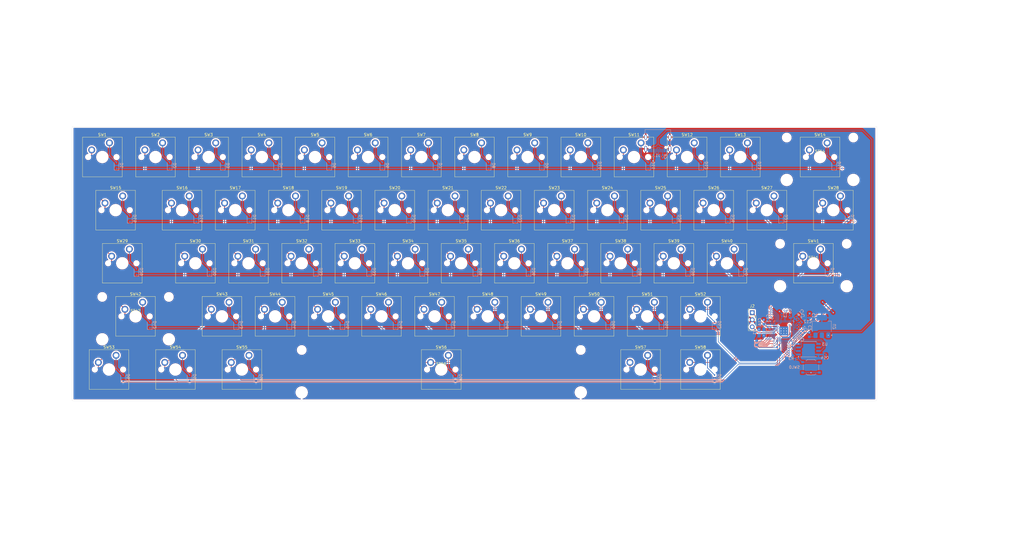
<source format=kicad_pcb>
(kicad_pcb (version 20241229) (generator "pcbnew") (generator_version "9.0")
  (layers (0 "F.Cu" signal) (2 "B.Cu" signal) (13 "F.Paste" user) (15 "B.Paste" user) (5 "F.SilkS" user "F.Silkscreen") (7 "B.SilkS" user "B.Silkscreen") (1 "F.Mask" user) (3 "B.Mask" user) (25 "Edge.Cuts" user))
  (net 0 "")
  (net 1 "GND")
  (net 2 "+3V3")
  (net 3 "VBUS")
  (net 4 "+1V1")
  (net 5 "/XIN")
  (net 6 "/XOUT")
  (net 7 "Net-(D1-A)")
  (net 8 "/ROW1")
  (net 9 "Net-(D2-A)")
  (net 10 "Net-(D3-A)")
  (net 11 "Net-(D4-A)")
  (net 12 "Net-(D5-A)")
  (net 13 "Net-(D6-A)")
  (net 14 "Net-(D7-A)")
  (net 15 "Net-(D8-A)")
  (net 16 "Net-(D9-A)")
  (net 17 "Net-(D10-A)")
  (net 18 "Net-(D11-A)")
  (net 19 "Net-(D12-A)")
  (net 20 "Net-(D13-A)")
  (net 21 "Net-(D14-A)")
  (net 22 "Net-(D15-A)")
  (net 23 "/ROW2")
  (net 24 "Net-(D16-A)")
  (net 25 "Net-(D17-A)")
  (net 26 "Net-(D18-A)")
  (net 27 "Net-(D19-A)")
  (net 28 "Net-(D20-A)")
  (net 29 "Net-(D21-A)")
  (net 30 "Net-(D22-A)")
  (net 31 "Net-(D23-A)")
  (net 32 "Net-(D24-A)")
  (net 33 "Net-(D25-A)")
  (net 34 "Net-(D26-A)")
  (net 35 "Net-(D27-A)")
  (net 36 "Net-(D28-A)")
  (net 37 "/ROW3")
  (net 38 "Net-(D29-A)")
  (net 39 "Net-(D30-A)")
  (net 40 "Net-(D31-A)")
  (net 41 "Net-(D32-A)")
  (net 42 "Net-(D33-A)")
  (net 43 "Net-(D34-A)")
  (net 44 "Net-(D35-A)")
  (net 45 "Net-(D36-A)")
  (net 46 "Net-(D37-A)")
  (net 47 "Net-(D38-A)")
  (net 48 "Net-(D39-A)")
  (net 49 "Net-(D40-A)")
  (net 50 "Net-(D41-A)")
  (net 51 "/ROW4")
  (net 52 "Net-(D42-A)")
  (net 53 "Net-(D43-A)")
  (net 54 "Net-(D44-A)")
  (net 55 "Net-(D45-A)")
  (net 56 "Net-(D46-A)")
  (net 57 "Net-(D47-A)")
  (net 58 "Net-(D48-A)")
  (net 59 "Net-(D49-A)")
  (net 60 "Net-(D50-A)")
  (net 61 "Net-(D51-A)")
  (net 62 "Net-(D52-A)")
  (net 63 "/ROW5")
  (net 64 "Net-(D53-A)")
  (net 65 "Net-(D54-A)")
  (net 66 "Net-(D55-A)")
  (net 67 "Net-(D56-A)")
  (net 68 "Net-(D57-A)")
  (net 69 "Net-(D58-A)")
  (net 71 "Net-(J1-CC2)")
  (net 72 "/D+")
  (net 73 "/D-")
  (net 75 "Net-(J1-CC1)")
  (net 76 "/OLED_SDA")
  (net 77 "/OLED_SCL")
  (net 78 "/QSPI_SS")
  (net 79 "Net-(U1-USB_DP)")
  (net 80 "Net-(U1-USB_DM)")
  (net 81 "/COL1")
  (net 82 "/COL2")
  (net 83 "/COL3")
  (net 84 "/COL4")
  (net 85 "/COL5")
  (net 86 "/COL6")
  (net 87 "/COL7")
  (net 88 "/COL8")
  (net 89 "/COL9")
  (net 90 "/COL10")
  (net 91 "/COL11")
  (net 92 "/COL12")
  (net 93 "/COL13")
  (net 94 "/COL14")
  (net 96 "/QSPI_SD0")
  (net 97 "/QSPI_SD1")
  (net 100 "/QSPI_SD2")
  (net 101 "/QSPI_SD3")
  (net 107 "/QSPI_SCLK")
  (net 109 "/SWD")
  (net 110 "/SWCLK")
  (footprint "PCM_Switch_Keyboard_Cherry_MX:SW_Cherry_MX_PCB_1.00u" (layer "F.Cu") (at 137.3325 126.92)
    (property "Reference" "SW46")
    (property "Value" "SW_Push")
  )
  (footprint "PCM_Switch_Keyboard_Cherry_MX:SW_Cherry_MX_PCB_1.00u" (layer "F.Cu") (at 170.67 69.77)
    (property "Reference" "SW8")
    (property "Value" "SW_Push")
  )
  (footprint "PCM_Switch_Keyboard_Cherry_MX:SW_Cherry_MX_PCB_1.00u" (layer "F.Cu") (at 127.8075 107.87)
    (property "Reference" "SW33")
    (property "Value" "SW_Push")
  )
  (footprint "PCM_Switch_Keyboard_Cherry_MX:SW_Cherry_MX_PCB_1.00u" (layer "F.Cu") (at 251.6325 145.97)
    (property "Reference" "SW58")
    (property "Value" "SW_Push")
  )
  (footprint "PCM_Switch_Keyboard_Cherry_MX:SW_Cherry_MX_PCB_1.00u" (layer "F.Cu") (at 99.2325 126.92)
    (property "Reference" "SW44")
    (property "Value" "SW_Push")
  )
  (footprint "PCM_Switch_Keyboard_Cherry_MX:SW_Cherry_MX_PCB_1.75u" (layer "F.Cu") (at 44.46375 107.87)
    (property "Reference" "SW29")
    (property "Value" "SW_Push")
  )
  (footprint "PCM_Switch_Keyboard_Cherry_MX:SW_Cherry_MX_PCB_1.00u" (layer "F.Cu") (at 189.72 69.77)
    (property "Reference" "SW9")
    (property "Value" "SW_Push")
  )
  (footprint "PCM_Switch_Keyboard_Cherry_MX:SW_Cherry_MX_PCB_1.00u" (layer "F.Cu") (at 65.895 88.82)
    (property "Reference" "SW16")
    (property "Value" "SW_Push")
  )
  (footprint "PCM_Switch_Keyboard_Cherry_MX:SW_Cherry_MX_PCB_1.00u" (layer "F.Cu") (at 108.7575 107.87)
    (property "Reference" "SW32")
    (property "Value" "SW_Push")
  )
  (footprint "PCM_Switch_Keyboard_Cherry_MX:SW_Cherry_MX_PCB_1.25u" (layer "F.Cu") (at 230.20125 145.97)
    (property "Reference" "SW57")
    (property "Value" "SW_Push")
  )
  (footprint "PCM_Switch_Keyboard_Cherry_MX:SW_Cherry_MX_PCB_1.00u" (layer "F.Cu") (at 175.4325 126.92)
    (property "Reference" "SW48")
    (property "Value" "SW_Push")
  )
  (footprint "PCM_Switch_Keyboard_Cherry_MX:SW_Cherry_MX_PCB_1.00u" (layer "F.Cu") (at 75.42 69.77)
    (property "Reference" "SW3")
    (property "Value" "SW_Push")
  )
  (footprint "PCM_Switch_Keyboard_Cherry_MX:SW_Cherry_MX_PCB_1.00u" (layer "F.Cu") (at 89.7075 107.87)
    (property "Reference" "SW31")
    (property "Value" "SW_Push")
  )
  (footprint "PCM_Switch_Keyboard_Cherry_MX:SW_Cherry_MX_PCB_1.00u" (layer "F.Cu") (at 165.9075 107.87)
    (property "Reference" "SW35")
    (property "Value" "SW_Push")
  )
  (footprint "Connector_PinHeader_2.54mm:PinHeader_1x03_P2.54mm_Vertical" (layer "F.Cu") (at 270.2 125.6)
    (property "Reference" "J2")
    (property "Value" "Conn_01x03")
  )
  (footprint "PCM_Switch_Keyboard_Cherry_MX:SW_Cherry_MX_PCB_1.00u" (layer "F.Cu") (at 132.57 69.77)
    (property "Reference" "SW6")
    (property "Value" "SW_Push")
  )
  (footprint "PCM_Switch_Keyboard_Cherry_MX:SW_Cherry_MX_PCB_1.00u" (layer "F.Cu") (at 70.6575 107.87)
    (property "Reference" "SW30")
    (property "Value" "SW_Push")
  )
  (footprint "PCM_Mounting_Keyboard_Stabilizer:Stabilizer_Cherry_MX_2.00u" (layer "F.Cu") (at 49.22625 126.92)
    (property "Reference" "ST42")
    (property "Value" "Stabilizer")
  )
  (footprint "PCM_Switch_Keyboard_Cherry_MX:SW_Cherry_MX_PCB_1.00u" (layer "F.Cu") (at 199.245 88.82)
    (property "Reference" "SW23")
    (property "Value" "SW_Push")
  )
  (footprint "PCM_Switch_Keyboard_Cherry_MX:SW_Cherry_MX_PCB_1.25u" (layer "F.Cu") (at 39.70125 145.97)
    (property "Reference" "SW53")
    (property "Value" "SW_Push")
  )
  (footprint "PCM_Switch_Keyboard_Cherry_MX:SW_Cherry_MX_PCB_1.00u" (layer "F.Cu") (at 237.345 88.82)
    (property "Reference" "SW25")
    (property "Value" "SW_Push")
  )
  (footprint "PCM_Switch_Keyboard_Cherry_MX:SW_Cherry_MX_PCB_2.00u" (layer "F.Cu") (at 294.495 69.77)
    (property "Reference" "SW14")
    (property "Value" "SW_Push")
  )
  (footprint "PCM_Switch_Keyboard_Cherry_MX:SW_Cherry_MX_PCB_1.00u" (layer "F.Cu") (at 184.9575 107.87)
    (property "Reference" "SW36")
    (property "Value" "SW_Push")
  )
  (footprint "PCM_Switch_Keyboard_Cherry_MX:SW_Cherry_MX_PCB_1.00u" (layer "F.Cu") (at 142.095 88.82)
    (property "Reference" "SW20")
    (property "Value" "SW_Push")
  )
  (footprint "PCM_Switch_Keyboard_Cherry_MX:SW_Cherry_MX_PCB_1.00u" (layer "F.Cu") (at 94.47 69.77)
    (property "Reference" "SW4")
    (property "Value" "SW_Push")
  )
  (footprint "PCM_Switch_Keyboard_Cherry_MX:SW_Cherry_MX_PCB_6.25u" (layer "F.Cu") (at 158.76375 145.97)
    (property "Reference" "SW56")
    (property "Value" "SW_Push")
  )
  (footprint "PCM_Switch_Keyboard_Cherry_MX:SW_Cherry_MX_PCB_1.00u" (layer "F.Cu") (at 118.2825 126.92)
    (property "Reference" "SW45")
    (property "Value" "SW_Push")
  )
  (footprint "PCM_Switch_Keyboard_Cherry_MX:SW_Cherry_MX_PCB_1.00u" (layer "F.Cu") (at 161.145 88.82)
    (property "Reference" "SW21")
    (property "Value" "SW_Push")
  )
  (footprint "PCM_Switch_Keyboard_Cherry_MX:SW_Cherry_MX_PCB_1.00u" (layer "F.Cu") (at 103.995 88.82)
    (property "Reference" "SW18")
    (property "Value" "SW_Push")
  )
  (footprint "PCM_Switch_Keyboard_Cherry_MX:SW_Cherry_MX_PCB_1.00u" (layer "F.Cu") (at 151.62 69.77)
    (property "Reference" "SW7")
    (property "Value" "SW_Push")
  )
  (footprint "PCM_Switch_Keyboard_Cherry_MX:SW_Cherry_MX_PCB_1.00u" (layer "F.Cu") (at 256.395 88.82)
    (property "Reference" "SW26")
    (property "Value" "SW_Push")
  )
  (footprint "PCM_Switch_Keyboard_Cherry_MX:SW_Cherry_MX_PCB_1.00u" (layer "F.Cu") (at 218.295 88.82)
    (property "Reference" "SW24")
    (property "Value" "SW_Push")
  )
  (footprint "PCM_Switch_Keyboard_Cherry_MX:SW_Cherry_MX_PCB_1.00u" (layer "F.Cu") (at 180.195 88.82)
    (property "Reference" "SW22")
    (property "Value" "SW_Push")
  )
  (footprint "PCM_Switch_Keyboard_Cherry_MX:SW_Cherry_MX_PCB_1.00u" (layer "F.Cu") (at 37.32 69.77)
    (property "Reference" "SW1")
    (property "Value" "SW_Push")
  )
  (footprint "PCM_Switch_Keyboard_Cherry_MX:SW_Cherry_MX_PCB_1.00u" (layer "F.Cu") (at 80.1825 126.92)
    (property "Reference" "SW43")
    (property "Value" "SW_Push")
  )
  (footprint "PCM_Switch_Keyboard_Cherry_MX:SW_Cherry_MX_PCB_1.50u" (layer "F.Cu") (at 299.2575 88.82)
    (property "Reference" "SW28")
    (property "Value" "SW_Push")
  )
  (footprint "PCM_Switch_Keyboard_Cherry_MX:SW_Cherry_MX_PCB_1.00u" (layer "F.Cu") (at 113.52 69.77)
    (property "Reference" "SW5")
    (property "Value" "SW_Push")
  )
  (footprint "PCM_Switch_Keyboard_Cherry_MX:SW_Cherry_MX_PCB_1.00u" (layer "F.Cu") (at 232.5825 126.92)
    (property "Reference" "SW51")
    (property "Value" "SW_Push")
  )
  (footprint "PCM_Switch_Keyboard_Cherry_MX:SW_Cherry_MX_PCB_1.00u" (layer "F.Cu") (at 146.8575 107.87)
    (property "Reference" "SW34")
    (property "Value" "SW_Push")
  )
  (footprint "PCM_Switch_Keyboard_Cherry_MX:SW_Cherry_MX_PCB_1.00u" (layer "F.Cu") (at 223.0575 107.87)
    (property "Reference" "SW38")
    (property "Value" "SW_Push")
  )
  (footprint "PCM_Switch_Keyboard_Cherry_MX:SW_Cherry_MX_PCB_1.00u" (layer "F.Cu") (at 275.445 88.82)
    (property "Reference" "SW27")
    (property "Value" "SW_Push")
  )
  (footprint "PCM_Switch_Keyboard_Cherry_MX:SW_Cherry_MX_PCB_1.00u" (layer "F.Cu") (at 261.1575 107.87)
    (property "Reference" "SW40")
    (property "Value" "SW_Push")
  )
  (footprint "PCM_Switch_Keyboard_Cherry_MX:SW_Cherry_MX_PCB_1.00u" (layer "F.Cu") (at 265.92 69.77)
    (property "Reference" "SW13")
    (property "Value" "SW_Push")
  )
  (footprint "PCM_Switch_Keyboard_Cherry_MX:SW_Cherry_MX_PCB_1.25u" (layer "F.Cu") (at 87.32625 145.97)
    (property "Reference" "SW55")
    (property "Value" "SW_Push")
  )
  (footprint "PCM_Switch_Keyboard_Cherry_MX:SW_Cherry_MX_PCB_1.50u" (layer "F.Cu") (at 42.0825 88.82)
    (property "Reference" "SW15")
    (property "Value" "SW_Push")
  )
  (footprint "PCM_Switch_Keyboard_Cherry_MX:SW_Cherry_MX_PCB_1.00u" (layer "F.Cu") (at 208.77 69.77)
    (property "Reference" "SW10")
    (property "Value" "SW_Push")
  )
  (footprint "PCM_Mounting_Keyboard_Stabilizer:Stabilizer_Cherry_MX_6.25u" (layer "F.Cu") (at 158.76375 145.97)
    (property "Reference" "ST56")
    (property "Value" "Stabilizer")
  )
  (footprint "PCM_Switch_Keyboard_Cherry_MX:SW_Cherry_MX_PCB_1.25u" (layer "F.Cu") (at 63.51375 145.97)
    (property "Reference" "SW54")
    (property "Value" "SW_Push")
  )
  (footprint "PCM_Switch_Keyboard_Cherry_MX:SW_Cherry_MX_PCB_1.00u" (layer "F.Cu") (at 123.045 88.82)
    (property "Reference" "SW19")
    (property "Value" "SW_Push")
  )
  (footprint "PCM_Switch_Keyboard_Cherry_MX:SW_Cherry_MX_PCB_1.00u" (layer "F.Cu") (at 251.6325 126.92)
    (property "Reference" "SW52")
    (property "Value" "SW_Push")
  )
  (footprint "PCM_Switch_Keyboard_Cherry_MX:SW_Cherry_MX_PCB_2.25u" (layer "F.Cu") (at 292.11375 107.87)
    (property "Reference" "SW41")
    (property "Value" "SW_Push")
  )
  (footprint "PCM_Switch_Keyboard_Cherry_MX:SW_Cherry_MX_PCB_2.25u" (layer "F.Cu") (at 49.22625 126.92)
    (property "Reference" "SW42")
    (property "Value" "SW_Push")
  )
  (footprint "PCM_Switch_Keyboard_Cherry_MX:SW_Cherry_MX_PCB_1.00u" (layer "F.Cu") (at 204.0075 107.87)
    (property "Reference" "SW37")
    (property "Value" "SW_Push")
  )
  (footprint "PCM_Mounting_Keyboard_Stabilizer:Stabilizer_Cherry_MX_2.00u" (layer "F.Cu") (at 292.11375 107.87)
    (property "Reference" "ST41")
    (property "Value" "Stabilizer")
  )
  (footprint "PCM_Switch_Keyboard_Cherry_MX:SW_Cherry_MX_PCB_1.00u" (layer "F.Cu") (at 84.945 88.82)
    (property "Reference" "SW17")
    (property "Value" "SW_Push")
  )
  (footprint "PCM_Switch_Keyboard_Cherry_MX:SW_Cherry_MX_PCB_1.00u" (layer "F.Cu") (at 213.5325 126.92)
    (property "Reference" "SW50")
    (property "Value" "SW_Push")
  )
  (footprint "PCM_Switch_Keyboard_Cherry_MX:SW_Cherry_MX_PCB_1.00u" (layer "F.Cu") (at 227.82 69.77)
    (property "Reference" "SW11")
    (property "Value" "SW_Push")
  )
  (footprint "PCM_Switch_Keyboard_Cherry_MX:SW_Cherry_MX_PCB_1.00u" (layer "F.Cu") (at 194.4825 126.92)
    (property "Reference" "SW49")
    (property "Value" "SW_Push")
  )
  (footprint "PCM_Switch_Keyboard_Cherry_MX:SW_Cherry_MX_PCB_1.00u" (layer "F.Cu") (at 156.3825 126.92)
    (property "Reference" "SW47")
    (property "Value" "SW_Push")
  )
  (footprint "PCM_Mounting_Keyboard_Stabilizer:Stabilizer_Cherry_MX_2.00u" (layer "F.Cu") (at 294.495 69.77)
    (property "Reference" "ST14")
    (property "Value" "Stabilizer")
  )
  (footprint "PCM_Switch_Keyboard_Cherry_MX:SW_Cherry_MX_PCB_1.00u" (layer "F.Cu") (at 242.1075 107.87)
    (property "Reference" "SW39")
    (property "Value" "SW_Push")
  )
  (footprint "PCM_Switch_Keyboard_Cherry_MX:SW_Cherry_MX_PCB_1.00u" (layer "F.Cu") (at 56.37 69.77)
    (property "Reference" "SW2")
    (property "Value" "SW_Push")
  )
  (footprint "PCM_Switch_Keyboard_Cherry_MX:SW_Cherry_MX_PCB_1.00u" (layer "F.Cu") (at 246.87 69.77)
    (property "Reference" "SW12")
    (property "Value" "SW_Push")
  )
  (footprint "Capacitor_SMD:C_0402_1005Metric" (layer "B.Cu") (at 285.8 127.35 45)
    (property "Reference" "C10")
    (property "Value" "1u")
  )
  (footprint "Diode_SMD:D_SOD-323" (layer "B.Cu") (at 104.3125 129.95 90)
    (property "Reference" "D44")
    (property "Value" "1N4148WS")
  )
  (footprint "Diode_SMD:D_SOD-323" (layer "B.Cu") (at 94.7875 110.9 90)
    (property "Reference" "D31")
    (property "Value" "1N4148WS")
  )
  (footprint "Diode_SMD:D_SOD-323" (layer "B.Cu") (at 75.7375 110.9 90)
    (property "Reference" "D30")
    (property "Value" "1N4148WS")
  )
  (footprint "Package_DFN_QFN:QFN-56-1EP_7x7mm_P0.4mm_EP3.2x3.2mm" (layer "B.Cu") (at 281.5 132.15 90)
    (property "Reference" "U1")
    (property "Value" "RP2040")
  )
  (footprint "Diode_SMD:D_SOD-323" (layer "B.Cu") (at 175.75 72.8 90)
    (property "Reference" "D8")
    (property "Value" "1N4148WS")
  )
  (footprint "Capacitor_SMD:C_0603_1608Metric" (layer "B.Cu") (at 290.65 133.5 -90)
    (property "Reference" "C2")
    (property "Value" "10u")
  )
  (footprint "Capacitor_SMD:C_0603_1608Metric" (layer "B.Cu") (at 290.75 126.65 90)
    (property "Reference" "C1")
    (property "Value" "22u")
  )
  (footprint "Diode_SMD:D_SOD-323" (layer "B.Cu") (at 109.075 91.85 90)
    (property "Reference" "D18")
    (property "Value" "1N4148WS")
  )
  (footprint "Resistor_SMD:R_0402_1005Metric" (layer "B.Cu") (at 286.85 130.1)
    (property "Reference" "R6" (hide yes))
    (property "Value" "22")
  )
  (footprint "Diode_SMD:D_SOD-323" (layer "B.Cu") (at 92.40625 149 90)
    (property "Reference" "D55")
    (property "Value" "1N4148WS")
  )
  (footprint "Resistor_SMD:R_0402_1005Metric" (layer "B.Cu") (at 238.1 69.563278 90)
    (property "Reference" "R2")
    (property "Value" "5.1k")
  )
  (footprint "Diode_SMD:D_SOD-323" (layer "B.Cu") (at 170.9875 110.9 90)
    (property "Reference" "D35")
    (property "Value" "1N4148WS")
  )
  (footprint "Package_SO:SOIC-8_5.3x5.3mm_P1.27mm" (layer "B.Cu") (at 290.3375 138.7)
    (property "Reference" "U3")
    (property "Value" "W25Q128JVS")
  )
  (footprint "Diode_SMD:D_SOD-323" (layer "B.Cu") (at 118.6 72.8 90)
    (property "Reference" "D5")
    (property "Value" "1N4148WS")
  )
  (footprint "Diode_SMD:D_SOD-323" (layer "B.Cu") (at 237.6625 129.95 90)
    (property "Reference" "D51")
    (property "Value" "1N4148WS")
  )
  (footprint "Diode_SMD:D_SOD-323" (layer "B.Cu") (at 128.125 91.85 90)
    (property "Reference" "D19")
    (property "Value" "1N4148WS")
  )
  (footprint "Diode_SMD:D_SOD-323" (layer "B.Cu") (at 70.975 91.85 90)
    (property "Reference" "D16")
    (property "Value" "1N4148WS")
  )
  (footprint "Diode_SMD:D_SOD-323" (layer "B.Cu") (at 113.8375 110.9 90)
    (property "Reference" "D32")
    (property "Value" "1N4148WS")
  )
  (footprint "Diode_SMD:D_SOD-323" (layer "B.Cu") (at 156.7 72.8 90)
    (property "Reference" "D7")
    (property "Value" "1N4148WS")
  )
  (footprint "Diode_SMD:D_SOD-323" (layer "B.Cu") (at 228.1375 110.9 90)
    (property "Reference" "D38")
    (property "Value" "1N4148WS")
  )
  (footprint "Capacitor_SMD:C_0402_1005Metric" (layer "B.Cu") (at 279.45 137.55 -135)
    (property "Reference" "C9")
    (property "Value" "100n")
  )
  (footprint "Diode_SMD:D_SOD-323" (layer "B.Cu") (at 304.3375 91.85 90)
    (property "Reference" "D28")
    (property "Value" "1N4148WS")
  )
  (footprint "Diode_SMD:D_SOD-323" (layer "B.Cu") (at 190.0375 110.9 90)
    (property "Reference" "D36")
    (property "Value" "1N4148WS")
  )
  (footprint "Diode_SMD:D_SOD-323" (layer "B.Cu") (at 194.8 72.8 90)
    (property "Reference" "D9")
    (property "Value" "1N4148WS")
  )
  (footprint "Capacitor_SMD:C_0402_1005Metric" (layer "B.Cu") (at 288.65 132.55 -45)
    (property "Reference" "C7")
    (property "Value" "100n")
  )
  (footprint "Diode_SMD:D_SOD-323" (layer "B.Cu") (at 54.30625 129.95 90)
    (property "Reference" "D42")
    (property "Value" "1N4148WS")
  )
  (footprint "Diode_SMD:D_SOD-323" (layer "B.Cu") (at 132.8875 110.9 90)
    (property "Reference" "D33")
    (property "Value" "1N4148WS")
  )
  (footprint "Capacitor_SMD:C_0402_1005Metric" (layer "B.Cu") (at 286.510589 128.039411 45)
    (property "Reference" "C4")
    (property "Value" "100n")
  )
  (footprint "Capacitor_SMD:C_0603_1608Metric" (layer "B.Cu") (at 271.8 136.4 90)
    (property "Reference" "C15")
    (property "Value" "30p")
  )
  (footprint "Crystal:Crystal_SMD_3225-4Pin_3.2x2.5mm" (layer "B.Cu") (at 273.5 132.7 -90)
    (property "Reference" "Y1")
    (property "Value" "YSX321SL")
  )
  (footprint "Diode_SMD:D_SOD-323" (layer "B.Cu") (at 256.7125 149 90)
    (property "Reference" "D58")
    (property "Value" "1N4148WS")
  )
  (footprint "Diode_SMD:D_SOD-323" (layer "B.Cu") (at 47.1625 91.85 90)
    (property "Reference" "D15")
    (property "Value" "1N4148WS")
  )
  (footprint "Diode_SMD:D_SOD-323" (layer "B.Cu") (at 61.45 72.8 90)
    (property "Reference" "D2")
    (property "Value" "1N4148WS")
  )
  (footprint "Diode_SMD:D_SOD-323" (layer "B.Cu") (at 99.55 72.8 90)
    (property "Reference" "D4")
    (property "Value" "1N4148WS")
  )
  (footprint "Diode_SMD:D_SOD-323" (layer "B.Cu") (at 85.2625 129.95 90)
    (property "Reference" "D43")
    (property "Value" "1N4148WS")
  )
  (footprint "Capacitor_SMD:C_0402_1005Metric" (layer "B.Cu") (at 283.6 127 90)
    (property "Reference" "C6")
    (property "Value" "100n")
  )
  (footprint "Diode_SMD:D_SOD-323" (layer "B.Cu") (at 137.65 72.8 90)
    (property "Reference" "D6")
    (property "Value" "1N4148WS")
  )
  (footprint "Diode_SMD:D_SOD-323" (layer "B.Cu") (at 90.025 91.85 90)
    (property "Reference" "D17")
    (property "Value" "1N4148WS")
  )
  (footprint "Diode_SMD:D_SOD-323" (layer "B.Cu") (at 299.575 72.8 90)
    (property "Reference" "D14")
    (property "Value" "1N4148WS")
  )
  (footprint "Diode_SMD:D_SOD-323" (layer "B.Cu") (at 251.95 72.8 90)
    (property "Reference" "D12")
    (property "Value" "1N4148WS")
  )
  (footprint "Capacitor_SMD:C_0402_1005Metric" (layer "B.Cu") (at 275.75 130.25 90)
    (property "Reference" "C5")
    (property "Value" "100n")
  )
  (footprint "Diode_SMD:D_SOD-323" (layer "B.Cu") (at 280.525 91.85 90)
    (property "Reference" "D27")
    (property "Value" "1N4148WS")
  )
  (footprint "Diode_SMD:D_SOD-323" (layer "B.Cu") (at 266.2375 110.9 90)
    (property "Reference" "D40")
    (property "Value" "1N4148WS")
  )
  (footprint "Package_TO_SOT_SMD:SOT-223-3_TabPin2" (layer "B.Cu") (at 295.15 130.55 90)
    (property "Reference" "U2")
    (property "Value" "AZ1117-3.3")
  )
  (footprint "Resistor_SMD:R_0402_1005Metric" (layer "B.Cu") (at 234.75 69.563278 -90)
    (property "Reference" "R1")
    (property "Value" "5.1k")
  )
  (footprint "Diode_SMD:D_SOD-323" (layer "B.Cu") (at 42.4 72.8 90)
    (property "Reference" "D1")
    (property "Value" "1N4148WS")
  )
  (footprint "Diode_SMD:D_SOD-323" (layer "B.Cu") (at 218.6125 129.95 90)
    (property "Reference" "D50")
    (property "Value" "1N4148WS")
  )
  (footprint "Resistor_SMD:R_0402_1005Metric" (layer "B.Cu") (at 286.24 142)
    (property "Reference" "R3")
    (property "Value" "10k")
  )
  (footprint "Diode_SMD:D_SOD-323" (layer "B.Cu") (at 166.225 91.85 90)
    (property "Reference" "D21")
    (property "Value" "1N4148WS")
  )
  (footprint "Diode_SMD:D_SOD-323" (layer "B.Cu") (at 232.9 72.8 90)
    (property "Reference" "D11")
    (property "Value" "1N4148WS")
  )
  (footprint "Capacitor_SMD:C_0402_1005Metric" (layer "B.Cu") (at 287.95 133.25 -45)
    (property "Reference" "C11")
    (property "Value" "1u")
  )
  (footprint "Diode_SMD:D_SOD-323" (layer "B.Cu") (at 213.85 72.8 90)
    (property "Reference" "D10")
    (property "Value" "1N4148WS")
  )
  (footprint "Capacitor_SMD:C_0402_1005Metric" (layer "B.Cu") (at 284.55 137.25 -90)
    (property "Reference" "C8")
    (property "Value" "100n")
  )
  (footprint "Capacitor_SMD:C_0402_1005Metric" (layer "B.Cu") (at 287.55 129.1)
    (property "Reference" "C12")
    (property "Value" "100n")
  )
  (footprint "Diode_SMD:D_SOD-323" (layer "B.Cu") (at 235.28125 149 90)
    (property "Reference" "D57")
    (property "Value" "1N4148WS")
  )
  (footprint "Button_Switch_SMD:SW_Push_1P1T_XKB_TS-1187A" (layer "B.Cu") (at 291.25 145.175)
    (property "Reference" "SWL0")
    (property "Value" "SW_Push")
  )
  (footprint "Diode_SMD:D_SOD-323" (layer "B.Cu") (at 180.5125 129.95 90)
    (property "Reference" "D48")
    (property "Value" "1N4148WS")
  )
  (footprint "Diode_SMD:D_SOD-323" (layer "B.Cu") (at 261.475 91.85 90)
    (property "Reference" "D26")
    (property "Value" "1N4148WS")
  )
  (footprint "Diode_SMD:D_SOD-323" (layer "B.Cu") (at 204.325 91.85 90)
    (property "Reference" "D23")
    (property "Value" "1N4148WS")
  )
  (footprint "Diode_SMD:D_SOD-323" (layer "B.Cu") (at 297.19375 110.9 90)
    (property "Reference" "D41")
    (property "Value" "1N4148WS")
  )
  (footprint "Diode_SMD:D_SOD-323" (layer "B.Cu") (at 142.4125 129.95 90)
    (property "Reference" "D46")
    (property "Value" "1N4148WS")
  )
  (footprint "Capacitor_SMD:C_0402_1005Metric" (layer "B.Cu") (at 276.7 130.25 90)
    (property "Reference" "C13")
    (property "Value" "100n")
  )
  (footprint "Connector_USB:USB_C_Receptacle_G-Switch_GT-USB-7010ASV" (layer "B.Cu") (at 236.35 63.713278)
    (property "Reference" "J1")
    (property "Value" "USB_C_Receptacle_USB2.0_16P")
  )
  (footprint "Diode_SMD:D_SOD-323" (layer "B.Cu") (at 80.5 72.8 90)
    (property "Reference" "D3")
    (property "Value" "1N4148WS")
  )
  (footprint "Diode_SMD:D_SOD-323" (layer "B.Cu") (at 209.0875 110.9 90)
    (property "Reference" "D37")
    (property "Value" "1N4148WS")
  )
  (footprint "Diode_SMD:D_SOD-323" (layer "B.Cu") (at 271 72.8 90)
    (property "Reference" "D13")
    (property "Value" "1N4148WS")
  )
  (footprint "Diode_SMD:D_SOD-323" (layer "B.Cu") (at 123.3625 129.95 90)
    (property "Reference" "D45")
    (property "Value" "1N4148WS")
  )
  (footprint "Diode_SMD:D_SOD-323" (layer "B.Cu") (at 242.425 91.85 90)
    (property "Reference" "D25")
    (property "Value" "1N4148WS")
  )
  (footprint "Diode_SMD:D_SOD-323" (layer "B.Cu") (at 44.78125 149 90)
    (property "Reference" "D53")
    (property "Value" "1N4148WS")
  )
  (footprint "Diode_SMD:D_SOD-323" (layer "B.Cu") (at 68.59375 149 90)
    (property "Reference" "D54")
    (property "Value" "1N4148WS")
  )
  (footprint "Resistor_SMD:R_0402_1005Metric" (layer "B.Cu") (at 286.85 131.2 180)
    (property "Reference" "R5" (hide yes))
    (property "Value" "22")
  )
  (footprint "Diode_SMD:D_SOD-323" (layer "B.Cu") (at 256.7125 129.95 90)
    (property "Reference" "D52")
    (property "Value" "1N4148WS")
  )
  (footprint "Diode_SMD:D_SOD-323" (layer "B.Cu") (at 161.4625 129.95 90)
    (property "Reference" "D47")
    (property "Value" "1N4148WS")
  )
  (footprint "Diode_SMD:D_SOD-323" (layer "B.Cu") (at 223.375 91.85 90)
    (property "Reference" "D24")
    (property "Value" "1N4148WS")
  )
  (footprint "Diode_SMD:D_SOD-323" (layer "B.Cu") (at 151.9375 110.9 90)
    (property "Reference" "D34")
    (property "Value" "1N4148WS")
  )
  (footprint "Capacitor_SMD:C_0402_1005Metric" (layer "B.Cu") (at 296.22 140.6)
    (property "Reference" "C14")
    (property "Value" "100n")
  )
  (footprint "Diode_SMD:D_SOD-323" (layer "B.Cu") (at 185.275 91.85 90)
    (property "Reference" "D22")
    (property "Value" "1N4148WS")
  )
  (footprint "Capacitor_SMD:C_0603_1608Metric" (layer "B.Cu") (at 274.35 128.9 -90)
    (property "Reference" "C16")
    (property "Value" "30p")
  )
  (footprint "Diode_SMD:D_SOD-323" (layer "B.Cu") (at 163.84375 149 90)
    (property "Reference" "D56")
    (property "Value" "1N4148WS")
  )
  (footprint "Capacitor_SMD:C_0402_1005Metric" (layer "B.Cu") (at 280.85 126.35 90)
    (property "Reference" "C3")
    (property "Value" "100n")
  )
  (footprint "Diode_SMD:D_SOD-323" (layer "B.Cu") (at 247.1875 110.9 90)
    (property "Reference" "D39")
    (property "Value" "1N4148WS")
  )
  (footprint "Diode_SMD:D_SOD-323" (layer "B.Cu") (at 199.5625 129.95 90)
    (property "Reference" "D49")
    (property "Value" "1N4148WS")
  )
  (footprint "Diode_SMD:D_SOD-323" (layer "B.Cu") (at 147.175 91.85 90)
    (property "Reference" "D20")
    (property "Value" "1N4148WS")
  )
  (footprint "Diode_SMD:D_SOD-323" (layer "B.Cu") (at 49.54375 110.9 90)
    (property "Reference" "D29")
    (property "Value" "1N4148WS")
  )
  (gr_rect (start 26.5 58.8) (end 314.75 157.15) (stroke (width 0.05)) (fill no) (layer "Edge.Cuts"))
  (via (at 286.85 126.3) (size 0.6) (drill 0.3) (layers "F.Cu" "B.Cu") (net 1))
  (via (at 272.65 131.6) (size 0.6) (drill 0.3) (layers "F.Cu" "B.Cu") (net 1))
  (via (at 290.75 125.9) (size 0.6) (drill 0.3) (layers "F.Cu" "B.Cu") (net 1))
  (via (at 279.95 125.15) (size 0.6) (drill 0.3) (layers "F.Cu" "B.Cu") (net 1))
  (via (at 291.25 147.1) (size 0.6) (drill 0.3) (layers "F.Cu" "B.Cu") (net 1))
  (via (at 281.5 131.25) (size 0.6) (drill 0.3) (layers "F.Cu" "B.Cu") (net 1))
  (via (at 280.55 131.25) (size 0.6) (drill 0.3) (layers "F.Cu" "B.Cu") (net 1))
  (via (at 297.45 133.7) (size 0.6) (drill 0.3) (layers "F.Cu" "B.Cu") (net 1))
  (via (at 276.7 128.65) (size 0.6) (drill 0.3) (layers "F.Cu" "B.Cu") (net 1))
  (via (at 234.6 71.1) (size 0.6) (drill 0.3) (layers "F.Cu" "B.Cu") (net 1))
  (via (at 299.25 125.6) (size 0.6) (drill 0.3) (layers "F.Cu" "B.Cu") (net 1))
  (via (at 282.45 131.25) (size 0.6) (drill 0.3) (layers "F.Cu" "B.Cu") (net 1))
  (via (at 280.55 133) (size 0.6) (drill 0.3) (layers "F.Cu" "B.Cu") (net 1))
  (via (at 283.6 125.65) (size 0.6) (drill 0.3) (layers "F.Cu" "B.Cu") (net 1))
  (via (at 282.45 132.15) (size 0.6) (drill 0.3) (layers "F.Cu" "B.Cu") (net 1))
  (via (at 280.55 132.15) (size 0.6) (drill 0.3) (layers "F.Cu" "B.Cu") (net 1))
  (via (at 281.5 133) (size 0.6) (drill 0.3) (layers "F.Cu" "B.Cu") (net 1))
  (via (at 290.65 132.75) (size 0.6) (drill 0.3) (layers "F.Cu" "B.Cu") (net 1))
  (via (at 274.35 128.15) (size 0.6) (drill 0.3) (layers "F.Cu" "B.Cu") (net 1))
  (via (at 281.5 132.15) (size 0.6) (drill 0.3) (layers "F.Cu" "B.Cu") (net 1))
  (via (at 284.6 138.65) (size 0.6) (drill 0.3) (layers "F.Cu" "B.Cu") (net 1))
  (via (at 296.7 141.6) (size 0.6) (drill 0.3) (layers "F.Cu" "B.Cu") (net 1))
  (via (at 274.35 133.8) (size 0.6) (drill 0.3) (layers "F.Cu" "B.Cu") (net 1))
  (via (at 286.75 136.8) (size 0.6) (drill 0.3) (layers "F.Cu" "B.Cu") (net 1))
  (via (at 295.4 121.75) (size 0.6) (drill 0.3) (layers "F.Cu" "B.Cu") (net 1))
  (via (at 282.45 133) (size 0.6) (drill 0.3) (layers "F.Cu" "B.Cu") (net 1))
  (segment (start 278.0625 133.15) (end 275 133.15) (width 0.2) (layer "B.Cu") (net 1))
  (segment (start 239.55 68.623278) (end 238.1 70.073278) (width 0.2) (layer "B.Cu") (net 1))
  (segment (start 271.8 137.175) (end 272.776 138.151) (width 0.2) (layer "B.Cu") (net 1))
  (segment (start 291.225 147.075) (end 291.25 147.1) (width 0.2) (layer "B.Cu") (net 1))
  (segment (start 289.2 132.75) (end 289.060589 132.889411) (width 0.2) (layer "B.Cu") (net 1))
  (segment (start 234.75 70.073278) (end 234.75 70.95) (width 0.15) (layer "B.Cu") (net 1))
  (segment (start 284.6 137.78) (end 284.55 137.73) (width 0.2) (layer "B.Cu") (net 1))
  (segment (start 291.275 147.075) (end 294.25 147.075) (width 0.2) (layer "B.Cu") (net 1))
  (segment (start 239.55 67.438278) (end 239.55 68.623278) (width 0.2) (layer "B.Cu") (net 1))
  (segment (start 288.989411 132.889411) (end 288.889411 132.889411) (width 0.2) (layer "B.Cu") (net 1))
  (segment (start 283.6 125.65) (end 283.6 126.52) (width 0.2) (layer "B.Cu") (net 1))
  (segment (start 288.25 147.075) (end 291.225 147.075) (width 0.2) (layer "B.Cu") (net 1))
  (segment (start 299.25 125.6) (end 295.4 121.75) (width 0.4) (layer "B.Cu") (net 1))
  (segment (start 275 133.15) (end 274.35 133.8) (width 0.2) (layer "B.Cu") (net 1))
  (segment (start 239.55 67.438278) (end 240.07 67.438278) (width 0.2) (layer "B.Cu") (net 1))
  (segment (start 240.07 67.438278) (end 240.67 66.838278) (width 0.2) (layer "B.Cu") (net 1))
  (segment (start 233.15 67.438278) (end 232.63 67.438278) (width 0.2) (layer "B.Cu") (net 1))
  (segment (start 288.889411 132.889411) (end 288.489411 133.289411) (width 0.2) (layer "B.Cu") (net 1))
  (segment (start 286.85 126.3) (end 286.139411 127.010589) (width 0.2) (layer "B.Cu") (net 1))
  (segment (start 284.6 138.65) (end 284.6 137.78) (width 0.2) (layer "B.Cu") (net 1))
  (segment (start 291.25 147.1) (end 291.275 147.075) (width 0.2) (layer "B.Cu") (net 1))
  (segment (start 234.75 70.95) (end 234.6 71.1) (width 0.15) (layer "B.Cu") (net 1))
  (segment (start 276.7 129.77) (end 275.75 129.77) (width 0.2) (layer "B.Cu") (net 1))
  (segment (start 271.8 137.175) (end 274.35 134.625) (width 0.2) (layer "B.Cu") (net 1))
  (segment (start 288.339411 133.589411) (end 288.289411 133.589411) (width 0.2) (layer "B.Cu") (net 1))
  (segment (start 286.828822 127.7) (end 286.139411 127.010589) (width 0.2) (layer "B.Cu") (net 1))
  (segment (start 289.060589 132.889411) (end 288.989411 132.889411) (width 0.2) (layer "B.Cu") (net 1))
  (segment (start 274.35 134.625) (end 274.35 133.8) (width 0.2) (layer "B.Cu") (net 1))
  (segment (start 280.67 125.87) (end 279.95 125.15) (width 0.2) (layer "B.Cu") (net 1))
  (segment (start 288.489411 133.289411) (end 288.489411 133.439411) (width 0.2) (layer "B.Cu") (net 1))
  (segment (start 276.7 129.77) (end 276.7 128.65) (width 0.2) (layer "B.Cu") (net 1))
  (segment (start 288.489411 133.439411) (end 288.339411 133.589411) (width 0.2) (layer "B.Cu") (net 1))
  (segment (start 280.85 125.87) (end 280.67 125.87) (width 0.2) (layer "B.Cu") (net 1))
  (segment (start 290.65 132.75) (end 289.2 132.75) (width 0.2) (layer "B.Cu") (net 1))
  (segment (start 286.85 127.7) (end 286.828822 127.7) (width 0.2) (layer "B.Cu") (net 1))
  (segment (start 272.776 138.151) (end 278.849 138.151) (width 0.2) (layer "B.Cu") (net 1))
  (segment (start 232.63 67.438278) (end 232.03 66.838278) (width 0.2) (layer "B.Cu") (net 1))
  (segment (start 288.03 128.88) (end 286.85 127.7) (width 0.2) (layer "B.Cu") (net 1))
  (segment (start 296.7 141.6) (end 296.7 140.6) (width 0.2) (layer "B.Cu") (net 1))
  (segment (start 288.03 129.1) (end 288.03 128.88) (width 0.2) (layer "B.Cu") (net 1))
  (segment (start 278.849 138.151) (end 279.110589 137.889411) (width 0.2) (layer "B.Cu") (net 1))
  (segment (start 289.100707 131.350707) (end 288.950707 131.500707) (width 0.2) (layer "F.Cu") (net 2))
  (segment (start 288.949293 131.500707) (end 284.6 135.85) (width 0.2) (layer "F.Cu") (net 2))
  (segment (start 288.950707 131.500707) (end 288.949293 131.500707) (width 0.2) (layer "F.Cu") (net 2))
  (via (at 284.6 135.85) (size 0.6) (drill 0.3) (layers "F.Cu" "B.Cu") (net 2))
  (via (at 289.100707 131.350707) (size 0.6) (drill 0.3) (layers "F.Cu" "B.Cu") (net 2))
  (segment (start 280.85 127.5) (end 280.85 126.83) (width 0.2) (layer "B.Cu") (net 2))
  (segment (start 295.15 134.15) (end 296.85 135.85) (width 0.4) (layer "B.Cu") (net 2))
  (segment (start 280.5 127.85) (end 280.85 127.5) (width 0.2) (layer "B.Cu") (net 2))
  (segment (start 278.7 130.35) (end 279.599 129.451) (width 0.2) (layer "B.Cu") (net 2))
  (segment (start 286.171178 128.378822) (end 286.15 128.378822) (width 0.2) (layer "B.Cu") (net 2))
  (segment (start 280.5 128.7125) (end 280.5 127.85) (width 0.2) (layer "B.Cu") (net 2))
  (segment (start 284.6 135.85) (end 284.6 136.72) (width 0.2) (layer "B.Cu") (net 2))
  (segment (start 284.9375 131.95) (end 288.05 131.95) (width 0.2) (layer "B.Cu") (net 2))
  (segment (start 284.1 128.7125) (end 284.1 127.98) (width 0.2) (layer "B.Cu") (net 2))
  (segment (start 295.15 133.7) (end 295.15 134.15) (width 0.2) (layer "B.Cu") (net 2))
  (segment (start 284.55 136.0375) (end 284.1 135.5875) (width 0.2) (layer "B.Cu") (net 2))
  (segment (start 286.15 128.378822) (end 285.460589 127.689411) (width 0.2) (layer "B.Cu") (net 2))
  (segment (start 280.5 135.5875) (end 280.5 136.5) (width 0.2) (layer "B.Cu") (net 2))
  (segment (start 279.599 129.451) (end 280.296774 129.451) (width 0.2) (layer "B.Cu") (net 2))
  (segment (start 284.6 136.72) (end 284.55 136.77) (width 0.2) (layer "B.Cu") (net 2))
  (segment (start 285.460589 127.689411) (end 284.9375 128.2125) (width 0.2) (layer "B.Cu") (net 2))
  (segment (start 278.0625 130.35) (end 278.7 130.35) (width 0.2) (layer "B.Cu") (net 2))
  (segment (start 284.9375 128.2125) (end 284.9375 129.55) (width 0.2) (layer "B.Cu") (net 2))
  (segment (start 280.296774 129.451) (end 280.5 129.247774) (width 0.2) (layer "B.Cu") (net 2))
  (segment (start 284.1 127.98) (end 283.6 127.48) (width 0.2) (layer "B.Cu") (net 2))
  (segment (start 284.9375 131.549999) (end 284.9375 131.95) (width 0.2) (layer "B.Cu") (net 2))
  (segment (start 280.5 136.5) (end 279.789411 137.210589) (width 0.2) (layer "B.Cu") (net 2))
  (segment (start 275.275 128.925) (end 275.45 128.75) (width 0.2) (layer "B.Cu") (net 2))
  (segment (start 284.55 136.77) (end 284.55 136.0375) (width 0.2) (layer "B.Cu") (net 2))
  (segment (start 284.9375 129.55) (end 284.9375 129.950001) (width 0.2) (layer "B.Cu") (net 2))
  (segment (start 278.0625 131.95) (end 276.97 131.95) (width 0.2) (layer "B.Cu") (net 2))
  (segment (start 280.749943 134.75) (end 283.797773 134.75) (width 0.2) (layer "B.Cu") (net 2))
  (segment (start 275.139 130.119) (end 275.139 129.061) (width 0.2) (layer "B.Cu") (net 2))
  (segment (start 280.5 129.247774) (end 280.5 128.7125) (width 0.2) (layer "B.Cu") (net 2))
  (segment (start 288.05 131.95) (end 288.310589 132.210589) (width 0.2) (layer "B.Cu") (net 2))
  (segment (start 283.797773 134.75) (end 284.1 135.052227) (width 0.2) (layer "B.Cu") (net 2))
  (segment (start 275.139 129.061) (end 275.275 128.925) (width 0.2) (layer "B.Cu") (net 2))
  (segment (start 275.75 130.73) (end 275.139 130.119) (width 0.2) (layer "B.Cu") (net 2))
  (segment (start 276.97 131.95) (end 275.75 130.73) (width 0.2) (layer "B.Cu") (net 2))
  (segment (start 295.125001 127.425) (end 295.15 127.400001) (width 0.2) (layer "B.Cu") (net 2))
  (segment (start 290.75 127.425) (end 295.125001 127.425) (width 0.2) (layer "B.Cu") (net 2))
  (segment (start 280.5 135.5875) (end 280.5 134.999943) (width 0.2) (layer "B.Cu") (net 2))
  (segment (start 284.1 135.052227) (end 284.1 135.5875) (width 0.2) (layer "B.Cu") (net 2))
  (segment (start 280.5 134.999943) (end 280.749943 134.75) (width 0.2) (layer "B.Cu") (net 2))
  (segment (start 234.85 65.963278) (end 235.6 65.963278) (width 0.2) (layer "B.Cu") (net 3))
  (segment (start 237.977992 66.012278) (end 237.449 66.012278) (width 0.2) (layer "B.Cu") (net 3))
  (segment (start 236.5 65.063278) (end 236.5 63.15) (width 0.2) (layer "B.Cu") (net 3))
  (segment (start 292.275 134.275) (end 292.85 133.7) (width 0.2) (layer "B.Cu") (net 3))
  (segment (start 313.05 128.65) (end 309.301 132.399) (width 0.2) (layer "B.Cu") (net 3))
  (segment (start 309.301 132.399) (end 294.151 132.399) (width 0.2) (layer "B.Cu") (net 3))
  (segment (start 238.75 66.784286) (end 238.75 67.438278) (width 0.2) (layer "B.Cu") (net 3))
  (segment (start 235.6 65.963278) (end 236.5 65.063278) (width 0.2) (layer "B.Cu") (net 3))
  (segment (start 239.55 60.1) (end 309.7 60.1) (width 0.2) (layer "B.Cu") (net 3))
  (segment (start 294.151 132.399) (end 292.85 133.7) (width 0.2) (layer "B.Cu") (net 3))
  (segment (start 290.65 134.275) (end 292.275 134.275) (width 0.2) (layer "B.Cu") (net 3))
  (segment (start 233.95 67.438278) (end 233.95 66.863278) (width 0.2) (layer "B.Cu") (net 3))
  (segment (start 233.95 66.863278) (end 234.85 65.963278) (width 0.2) (layer "B.Cu") (net 3))
  (segment (start 237.977992 66.012278) (end 238.75 66.784286) (width 0.2) (layer "B.Cu") (net 3))
  (segment (start 309.7 60.1) (end 313.05 63.45) (width 0.2) (layer "B.Cu") (net 3))
  (segment (start 237.449 66.012278) (end 236.5 65.063278) (width 0.2) (layer "B.Cu") (net 3))
  (segment (start 313.05 63.45) (end 313.05 128.65) (width 0.2) (layer "B.Cu") (net 3))
  (segment (start 236.5 63.15) (end 239.55 60.1) (width 0.2) (layer "B.Cu") (net 3))
  (segment (start 282.65 134.2) (end 280.75 134.2) (width 0.2) (layer "F.Cu") (net 4))
  (segment (start 283.55 133.3) (end 282.65 134.2) (width 0.2) (layer "F.Cu") (net 4))
  (segment (start 283.55 130) (end 283.55 133.3) (width 0.2) (layer "F.Cu") (net 4))
  (segment (start 279.273247 132.723247) (end 279.273247 132.220299) (width 0.2) (layer "F.Cu") (net 4))
  (segment (start 280.75 134.2) (end 279.273247 132.723247) (width 0.2) (layer "F.Cu") (net 4))
  (via (at 279.273247 132.220299) (size 0.6) (drill 0.3) (layers "F.Cu" "B.Cu") (net 4))
  (via (at 283.55 130) (size 0.6) (drill 0.3) (layers "F.Cu" "B.Cu") (net 4))
  (segment (start 284.402226 132.35) (end 284.9375 132.35) (width 0.2) (layer "B.Cu") (net 4))
  (segment (start 285.5 130.35) (end 285.7 130.15) (width 0.2) (layer "B.Cu") (net 4))
  (segment (start 277.519999 131.549999) (end 276.7 130.73) (width 0.2) (layer "B.Cu") (net 4))
  (segment (start 285.7 130.15) (end 285.7 129.79966) (width 0.2) (layer "B.Cu") (net 4))
  (segment (start 284 130.45) (end 283.55 130) (width 0.2) (layer "B.Cu") (net 4))
  (segment (start 284.9375 132.35) (end 287 132.35) (width 0.2) (layer "B.Cu") (net 4))
  (segment (start 278.0625 131.549999) (end 278.602947 131.549999) (width 0.2) (layer "B.Cu") (net 4))
  (segment (start 284.9375 130.35) (end 285.5 130.35) (width 0.2) (layer "B.Cu") (net 4))
  (segment (start 284.4 130.35) (end 284 130.75) (width 0.2) (layer "B.Cu") (net 4))
  (segment (start 278.602947 131.549999) (end 279.273247 132.220299) (width 0.2) (layer "B.Cu") (net 4))
  (segment (start 284 130.75) (end 284 131.947774) (width 0.2) (layer "B.Cu") (net 4))
  (segment (start 287.560589 132.910589) (end 287.610589 132.910589) (width 0.2) (layer "B.Cu") (net 4))
  (segment (start 286.39966 129.1) (end 287.07 129.1) (width 0.2) (layer "B.Cu") (net 4))
  (segment (start 284 131.947774) (end 284.402226 132.35) (width 0.2) (layer "B.Cu") (net 4))
  (segment (start 278.0625 131.549999) (end 277.519999 131.549999) (width 0.2) (layer "B.Cu") (net 4))
  (segment (start 284 130.75) (end 284 130.45) (width 0.2) (layer "B.Cu") (net 4))
  (segment (start 287 132.35) (end 287.560589 132.910589) (width 0.2) (layer "B.Cu") (net 4))
  (segment (start 285.7 129.79966) (end 286.39966 129.1) (width 0.2) (layer "B.Cu") (net 4))
  (segment (start 284.9375 130.35) (end 284.4 130.35) (width 0.2) (layer "B.Cu") (net 4))
  (segment (start 271.8 135.625) (end 271.8 134.65) (width 0.2) (layer "B.Cu") (net 5))
  (segment (start 271.8 134.65) (end 272.65 133.8) (width 0.2) (layer "B.Cu") (net 5))
  (segment (start 273.699999 132.750001) (end 272.65 133.8) (width 0.2) (layer "B.Cu") (net 5))
  (segment (start 278.0625 132.750001) (end 273.699999 132.750001) (width 0.2) (layer "B.Cu") (net 5))
  (segment (start 278.0625 132.35) (end 275.1 132.35) (width 0.2) (layer "B.Cu") (net 6))
  (segment (start 274.35 129.675) (end 274.35 131.6) (width 0.2) (layer "B.Cu") (net 6))
  (segment (start 275.1 132.35) (end 274.35 131.6) (width 0.2) (layer "B.Cu") (net 6))
  (segment (start 39.86 69.21) (end 42.4 71.75) (width 0.2) (layer "B.Cu") (net 7))
  (segment (start 39.86 64.69) (end 39.86 69.21) (width 0.2) (layer "B.Cu") (net 7))
  (segment (start 39.86 69.21) (end 42.4 71.75) (width 0.2) (layer "B.Cu") (net 7))
  (segment (start 39.86 64.69) (end 39.86 69.21) (width 0.2) (layer "B.Cu") (net 7))
  (segment (start 300.05 119.55) (end 300.05 96.7) (width 0.2) (layer "F.Cu") (net 8))
  (segment (start 283.5 136.8) (end 283.5 136.1) (width 0.2) (layer "F.Cu") (net 8))
  (segment (start 300.05 96.7) (end 309.25 87.5) (width 0.2) (layer "F.Cu") (net 8))
  (segment (start 283.5 136.1) (end 300.05 119.55) (width 0.2) (layer "F.Cu") (net 8))
  (segment (start 309.25 87.5) (end 309.25 75.2) (width 0.2) (layer "F.Cu") (net 8))
  (segment (start 307.9 73.85) (end 302.45 73.85) (width 0.2) (layer "F.Cu") (net 8))
  (segment (start 309.25 75.2) (end 307.9 73.85) (width 0.2) (layer "F.Cu") (net 8))
  (via (at 283.5 136.8) (size 0.6) (drill 0.3) (layers "F.Cu" "B.Cu") (net 8))
  (via (at 302.45 73.85) (size 0.6) (drill 0.3) (layers "F.Cu" "B.Cu") (net 8))
  (segment (start 194.8 73.85) (end 213.85 73.85) (width 0.2) (layer "B.Cu") (net 8))
  (segment (start 232.9 73.85) (end 251.95 73.85) (width 0.2) (layer "B.Cu") (net 8))
  (segment (start 175.75 73.85) (end 194.8 73.85) (width 0.2) (layer "B.Cu") (net 8))
  (segment (start 80.5 73.85) (end 99.55 73.85) (width 0.2) (layer "B.Cu") (net 8))
  (segment (start 80.5 73.85) (end 99.55 73.85) (width 0.2) (layer "B.Cu") (net 8))
  (segment (start 271 73.85) (end 299.575 73.85) (width 0.2) (layer "B.Cu") (net 8))
  (segment (start 99.55 73.85) (end 118.6 73.85) (width 0.2) (layer "B.Cu") (net 8))
  (segment (start 232.9 73.85) (end 251.95 73.85) (width 0.2) (layer "B.Cu") (net 8))
  (segment (start 271 73.85) (end 299.575 73.85) (width 0.2) (layer "B.Cu") (net 8))
  (segment (start 251.95 73.85) (end 271 73.85) (width 0.2) (layer "B.Cu") (net 8))
  (segment (start 194.8 73.85) (end 213.85 73.85) (width 0.2) (layer "B.Cu") (net 8))
  (segment (start 213.85 73.85) (end 232.9 73.85) (width 0.2) (layer "B.Cu") (net 8))
  (segment (start 99.55 73.85) (end 118.6 73.85) (width 0.2) (layer "B.Cu") (net 8))
  (segment (start 61.45 73.85) (end 80.5 73.85) (width 0.2) (layer "B.Cu") (net 8))
  (segment (start 299.575 73.85) (end 302.45 73.85) (width 0.2) (layer "B.Cu") (net 8))
  (segment (start 137.65 73.85) (end 156.7 73.85) (width 0.2) (layer "B.Cu") (net 8))
  (segment (start 118.6 73.85) (end 137.65 73.85) (width 0.2) (layer "B.Cu") (net 8))
  (segment (start 213.85 73.85) (end 232.9 73.85) (width 0.2) (layer "B.Cu") (net 8))
  (segment (start 137.65 73.85) (end 156.7 73.85) (width 0.2) (layer "B.Cu") (net 8))
  (segment (start 175.75 73.85) (end 194.8 73.85) (width 0.2) (layer "B.Cu") (net 8))
  (segment (start 42.4 73.85) (end 61.45 73.85) (width 0.2) (layer "B.Cu") (net 8))
  (segment (start 156.7 73.85) (end 175.75 73.85) (width 0.2) (layer "B.Cu") (net 8))
  (segment (start 282.9 135.5875) (end 282.9 136.2) (width 0.2) (layer "B.Cu") (net 8))
  (segment (start 118.6 73.85) (end 137.65 73.85) (width 0.2) (layer "B.Cu") (net 8))
  (segment (start 156.7 73.85) (end 175.75 73.85) (width 0.2) (layer "B.Cu") (net 8))
  (segment (start 282.9 136.2) (end 283.5 136.8) (width 0.2) (layer "B.Cu") (net 8))
  (segment (start 61.45 73.85) (end 80.5 73.85) (width 0.2) (layer "B.Cu") (net 8))
  (segment (start 251.95 73.85) (end 271 73.85) (width 0.2) (layer "B.Cu") (net 8))
  (segment (start 42.4 73.85) (end 61.45 73.85) (width 0.2) (layer "B.Cu") (net 8))
  (segment (start 58.91 69.21) (end 61.45 71.75) (width 0.2) (layer "B.Cu") (net 9))
  (segment (start 58.91 64.69) (end 58.91 69.21) (width 0.2) (layer "B.Cu") (net 9))
  (segment (start 58.91 64.69) (end 58.91 69.21) (width 0.2) (layer "B.Cu") (net 9))
  (segment (start 58.91 69.21) (end 61.45 71.75) (width 0.2) (layer "B.Cu") (net 9))
  (segment (start 77.96 69.21) (end 80.5 71.75) (width 0.2) (layer "B.Cu") (net 10))
  (segment (start 77.96 69.21) (end 80.5 71.75) (width 0.2) (layer "B.Cu") (net 10))
  (segment (start 77.96 64.69) (end 77.96 69.21) (width 0.2) (layer "B.Cu") (net 10))
  (segment (start 77.96 64.69) (end 77.96 69.21) (width 0.2) (layer "B.Cu") (net 10))
  (segment (start 97.01 69.21) (end 99.55 71.75) (width 0.2) (layer "B.Cu") (net 11))
  (segment (start 97.01 64.69) (end 97.01 69.21) (width 0.2) (layer "B.Cu") (net 11))
  (segment (start 97.01 69.21) (end 99.55 71.75) (width 0.2) (layer "B.Cu") (net 11))
  (segment (start 97.01 64.69) (end 97.01 69.21) (width 0.2) (layer "B.Cu") (net 11))
  (segment (start 116.06 64.69) (end 116.06 69.21) (width 0.2) (layer "B.Cu") (net 12))
  (segment (start 116.06 69.21) (end 118.6 71.75) (width 0.2) (layer "B.Cu") (net 12))
  (segment (start 116.06 69.21) (end 118.6 71.75) (width 0.2) (layer "B.Cu") (net 12))
  (segment (start 116.06 64.69) (end 116.06 69.21) (width 0.2) (layer "B.Cu") (net 12))
  (segment (start 135.11 69.21) (end 137.65 71.75) (width 0.2) (layer "B.Cu") (net 13))
  (segment (start 135.11 64.69) (end 135.11 69.21) (width 0.2) (layer "B.Cu") (net 13))
  (segment (start 135.11 69.21) (end 137.65 71.75) (width 0.2) (layer "B.Cu") (net 13))
  (segment (start 135.11 64.69) (end 135.11 69.21) (width 0.2) (layer "B.Cu") (net 13))
  (segment (start 154.16 64.69) (end 154.16 69.21) (width 0.2) (layer "B.Cu") (net 14))
  (segment (start 154.16 69.21) (end 156.7 71.75) (width 0.2) (layer "B.Cu") (net 14))
  (segment (start 154.16 64.69) (end 154.16 69.21) (width 0.2) (layer "B.Cu") (net 14))
  (segment (start 154.16 69.21) (end 156.7 71.75) (width 0.2) (layer "B.Cu") (net 14))
  (segment (start 173.21 69.21) (end 175.75 71.75) (width 0.2) (layer "B.Cu") (net 15))
  (segment (start 173.21 69.21) (end 175.75 71.75) (width 0.2) (layer "B.Cu") (net 15))
  (segment (start 173.21 64.69) (end 173.21 69.21) (width 0.2) (layer "B.Cu") (net 15))
  (segment (start 173.21 64.69) (end 173.21 69.21) (width 0.2) (layer "B.Cu") (net 15))
  (segment (start 192.26 69.21) (end 194.8 71.75) (width 0.2) (layer "B.Cu") (net 16))
  (segment (start 192.26 69.21) (end 194.8 71.75) (width 0.2) (layer "B.Cu") (net 16))
  (segment (start 192.26 64.69) (end 192.26 69.21) (width 0.2) (layer "B.Cu") (net 16))
  (segment (start 192.26 64.69) (end 192.26 69.21) (width 0.2) (layer "B.Cu") (net 16))
  (segment (start 211.31 64.69) (end 211.31 69.21) (width 0.2) (layer "B.Cu") (net 17))
  (segment (start 211.31 69.21) (end 213.85 71.75) (width 0.2) (layer "B.Cu") (net 17))
  (segment (start 211.31 69.21) (end 213.85 71.75) (width 0.2) (layer "B.Cu") (net 17))
  (segment (start 211.31 64.69) (end 211.31 69.21) (width 0.2) (layer "B.Cu") (net 17))
  (segment (start 230.36 64.69) (end 230.36 69.21) (width 0.2) (layer "B.Cu") (net 18))
  (segment (start 230.36 69.21) (end 232.9 71.75) (width 0.2) (layer "B.Cu") (net 18))
  (segment (start 230.36 64.69) (end 230.36 69.21) (width 0.2) (layer "B.Cu") (net 18))
  (segment (start 230.36 69.21) (end 232.9 71.75) (width 0.2) (layer "B.Cu") (net 18))
  (segment (start 249.41 64.69) (end 249.41 69.21) (width 0.2) (layer "B.Cu") (net 19))
  (segment (start 249.41 69.21) (end 251.95 71.75) (width 0.2) (layer "B.Cu") (net 19))
  (segment (start 249.41 69.21) (end 251.95 71.75) (width 0.2) (layer "B.Cu") (net 19))
  (segment (start 249.41 64.69) (end 249.41 69.21) (width 0.2) (layer "B.Cu") (net 19))
  (segment (start 268.46 69.21) (end 271 71.75) (width 0.2) (layer "B.Cu") (net 20))
  (segment (start 268.46 69.21) (end 271 71.75) (width 0.2) (layer "B.Cu") (net 20))
  (segment (start 268.46 64.69) (end 268.46 69.21) (width 0.2) (layer "B.Cu") (net 20))
  (segment (start 268.46 64.69) (end 268.46 69.21) (width 0.2) (layer "B.Cu") (net 20))
  (segment (start 297.035 69.21) (end 299.575 71.75) (width 0.2) (layer "B.Cu") (net 21))
  (segment (start 297.035 64.69) (end 297.035 69.21) (width 0.2) (layer "B.Cu") (net 21))
  (segment (start 297.035 69.21) (end 299.575 71.75) (width 0.2) (layer "B.Cu") (net 21))
  (segment (start 297.035 64.69) (end 297.035 69.21) (width 0.2) (layer "B.Cu") (net 21))
  (segment (start 44.6225 83.74) (end 44.6225 88.26) (width 0.2) (layer "B.Cu") (net 22))
  (segment (start 44.6225 88.26) (end 47.1625 90.8) (width 0.2) (layer "B.Cu") (net 22))
  (segment (start 44.6225 88.26) (end 47.1625 90.8) (width 0.2) (layer "B.Cu") (net 22))
  (segment (start 44.6225 83.74) (end 44.6225 88.26) (width 0.2) (layer "B.Cu") (net 22))
  (segment (start 287.85 133.45) (end 287.85 133.4) (width 0.2) (layer "F.Cu") (net 23))
  (segment (start 287.899943 133.4) (end 300.749 120.550943) (width 0.2) (layer "F.Cu") (net 23))
  (segment (start 283.5 137.600003) (end 283.699997 137.600003) (width 0.2) (layer "F.Cu") (net 23))
  (segment (start 287.85 133.4) (end 287.899943 133.4) (width 0.2) (layer "F.Cu") (net 23))
  (segment (start 283.699997 137.600003) (end 287.85 133.45) (width 0.2) (layer "F.Cu") (net 23))
  (segment (start 300.749 120.550943) (end 300.749 99.001) (width 0.2) (layer "F.Cu") (net 23))
  (segment (start 300.749 99.001) (end 306.85 92.9) (width 0.2) (layer "F.Cu") (net 23))
  (via (at 283.5 137.600003) (size 0.6) (drill 0.3) (layers "F.Cu" "B.Cu") (net 23))
  (via (at 306.85 92.9) (size 0.6) (drill 0.3) (layers "F.Cu" "B.Cu") (net 23))
  (segment (start 223.375 92.9) (end 242.425 92.9) (width 0.2) (layer "B.Cu") (net 23))
  (segment (start 90.025 92.9) (end 109.075 92.9) (width 0.2) (layer "B.Cu") (net 23))
  (segment (start 109.075 92.9) (end 128.125 92.9) (width 0.2) (layer "B.Cu") (net 23))
  (segment (start 261.475 92.9) (end 280.525 92.9) (width 0.2) (layer "B.Cu") (net 23))
  (segment (start 280.525 92.9) (end 304.3375 92.9) (width 0.2) (layer "B.Cu") (net 23))
  (segment (start 283.169909 137.600003) (end 282.5 136.930094) (width 0.2) (layer "B.Cu") (net 23))
  (segment (start 185.275 92.9) (end 204.325 92.9) (width 0.2) (layer "B.Cu") (net 23))
  (segment (start 185.275 92.9) (end 204.325 92.9) (width 0.2) (layer "B.Cu") (net 23))
  (segment (start 70.975 92.9) (end 90.025 92.9) (width 0.2) (layer "B.Cu") (net 23))
  (segment (start 242.425 92.9) (end 261.475 92.9) (width 0.2) (layer "B.Cu") (net 23))
  (segment (start 204.325 92.9) (end 223.375 92.9) (width 0.2) (layer "B.Cu") (net 23))
  (segment (start 70.975 92.9) (end 90.025 92.9) (width 0.2) (layer "B.Cu") (net 23))
  (segment (start 304.3375 92.9) (end 306.85 92.9) (width 0.2) (layer "B.Cu") (net 23))
  (segment (start 47.1625 92.9) (end 70.975 92.9) (width 0.2) (layer "B.Cu") (net 23))
  (segment (start 147.175 92.9) (end 166.225 92.9) (width 0.2) (layer "B.Cu") (net 23))
  (segment (start 204.325 92.9) (end 223.375 92.9) (width 0.2) (layer "B.Cu") (net 23))
  (segment (start 128.125 92.9) (end 147.175 92.9) (width 0.2) (layer "B.Cu") (net 23))
  (segment (start 109.075 92.9) (end 128.125 92.9) (width 0.2) (layer "B.Cu") (net 23))
  (segment (start 283.5 137.600003) (end 283.169909 137.600003) (width 0.2) (layer "B.Cu") (net 23))
  (segment (start 47.1625 92.9) (end 70.975 92.9) (width 0.2) (layer "B.Cu") (net 23))
  (segment (start 282.5 136.930094) (end 282.5 135.5875) (width 0.2) (layer "B.Cu") (net 23))
  (segment (start 280.525 92.9) (end 304.3375 92.9) (width 0.2) (layer "B.Cu") (net 23))
  (segment (start 90.025 92.9) (end 109.075 92.9) (width 0.2) (layer "B.Cu") (net 23))
  (segment (start 261.475 92.9) (end 280.525 92.9) (width 0.2) (layer "B.Cu") (net 23))
  (segment (start 147.175 92.9) (end 166.225 92.9) (width 0.2) (layer "B.Cu") (net 23))
  (segment (start 128.125 92.9) (end 147.175 92.9) (width 0.2) (layer "B.Cu") (net 23))
  (segment (start 223.375 92.9) (end 242.425 92.9) (width 0.2) (layer "B.Cu") (net 23))
  (segment (start 242.425 92.9) (end 261.475 92.9) (width 0.2) (layer "B.Cu") (net 23))
  (segment (start 166.225 92.9) (end 185.275 92.9) (width 0.2) (layer "B.Cu") (net 23))
  (segment (start 166.225 92.9) (end 185.275 92.9) (width 0.2) (layer "B.Cu") (net 23))
  (segment (start 68.435 88.26) (end 70.975 90.8) (width 0.2) (layer "B.Cu") (net 24))
  (segment (start 68.435 83.74) (end 68.435 88.26) (width 0.2) (layer "B.Cu") (net 24))
  (segment (start 68.435 83.74) (end 68.435 88.26) (width 0.2) (layer "B.Cu") (net 24))
  (segment (start 68.435 88.26) (end 70.975 90.8) (width 0.2) (layer "B.Cu") (net 24))
  (segment (start 87.485 83.74) (end 87.485 88.26) (width 0.2) (layer "B.Cu") (net 25))
  (segment (start 87.485 83.74) (end 87.485 88.26) (width 0.2) (layer "B.Cu") (net 25))
  (segment (start 87.485 88.26) (end 90.025 90.8) (width 0.2) (layer "B.Cu") (net 25))
  (segment (start 87.485 88.26) (end 90.025 90.8) (width 0.2) (layer "B.Cu") (net 25))
  (segment (start 106.535 83.74) (end 106.535 88.26) (width 0.2) (layer "B.Cu") (net 26))
  (segment (start 106.535 88.26) (end 109.075 90.8) (width 0.2) (layer "B.Cu") (net 26))
  (segment (start 106.535 88.26) (end 109.075 90.8) (width 0.2) (layer "B.Cu") (net 26))
  (segment (start 106.535 83.74) (end 106.535 88.26) (width 0.2) (layer "B.Cu") (net 26))
  (segment (start 125.585 83.74) (end 125.585 88.26) (width 0.2) (layer "B.Cu") (net 27))
  (segment (start 125.585 88.26) (end 128.125 90.8) (width 0.2) (layer "B.Cu") (net 27))
  (segment (start 125.585 88.26) (end 128.125 90.8) (width 0.2) (layer "B.Cu") (net 27))
  (segment (start 125.585 83.74) (end 125.585 88.26) (width 0.2) (layer "B.Cu") (net 27))
  (segment (start 144.635 83.74) (end 144.635 88.26) (width 0.2) (layer "B.Cu") (net 28))
  (segment (start 144.635 83.74) (end 144.635 88.26) (width 0.2) (layer "B.Cu") (net 28))
  (segment (start 144.635 88.26) (end 147.175 90.8) (width 0.2) (layer "B.Cu") (net 28))
  (segment (start 144.635 88.26) (end 147.175 90.8) (width 0.2) (layer "B.Cu") (net 28))
  (segment (start 163.685 83.74) (end 163.685 88.26) (width 0.2) (layer "B.Cu") (net 29))
  (segment (start 163.685 88.26) (end 166.225 90.8) (width 0.2) (layer "B.Cu") (net 29))
  (segment (start 163.685 88.26) (end 166.225 90.8) (width 0.2) (layer "B.Cu") (net 29))
  (segment (start 163.685 83.74) (end 163.685 88.26) (width 0.2) (layer "B.Cu") (net 29))
  (segment (start 182.735 88.26) (end 185.275 90.8) (width 0.2) (layer "B.Cu") (net 30))
  (segment (start 182.735 83.74) (end 182.735 88.26) (width 0.2) (layer "B.Cu") (net 30))
  (segment (start 182.735 88.26) (end 185.275 90.8) (width 0.2) (layer "B.Cu") (net 30))
  (segment (start 182.735 83.74) (end 182.735 88.26) (width 0.2) (layer "B.Cu") (net 30))
  (segment (start 201.785 88.26) (end 204.325 90.8) (width 0.2) (layer "B.Cu") (net 31))
  (segment (start 201.785 83.74) (end 201.785 88.26) (width 0.2) (layer "B.Cu") (net 31))
  (segment (start 201.785 83.74) (end 201.785 88.26) (width 0.2) (layer "B.Cu") (net 31))
  (segment (start 201.785 88.26) (end 204.325 90.8) (width 0.2) (layer "B.Cu") (net 31))
  (segment (start 220.835 88.26) (end 223.375 90.8) (width 0.2) (layer "B.Cu") (net 32))
  (segment (start 220.835 88.26) (end 223.375 90.8) (width 0.2) (layer "B.Cu") (net 32))
  (segment (start 220.835 83.74) (end 220.835 88.26) (width 0.2) (layer "B.Cu") (net 32))
  (segment (start 220.835 83.74) (end 220.835 88.26) (width 0.2) (layer "B.Cu") (net 32))
  (segment (start 239.885 83.74) (end 239.885 88.26) (width 0.2) (layer "B.Cu") (net 33))
  (segment (start 239.885 88.26) (end 242.425 90.8) (width 0.2) (layer "B.Cu") (net 33))
  (segment (start 239.885 88.26) (end 242.425 90.8) (width 0.2) (layer "B.Cu") (net 33))
  (segment (start 239.885 83.74) (end 239.885 88.26) (width 0.2) (layer "B.Cu") (net 33))
  (segment (start 258.935 88.26) (end 261.475 90.8) (width 0.2) (layer "B.Cu") (net 34))
  (segment (start 258.935 83.74) (end 258.935 88.26) (width 0.2) (layer "B.Cu") (net 34))
  (segment (start 258.935 88.26) (end 261.475 90.8) (width 0.2) (layer "B.Cu") (net 34))
  (segment (start 258.935 83.74) (end 258.935 88.26) (width 0.2) (layer "B.Cu") (net 34))
  (segment (start 277.985 83.74) (end 277.985 88.26) (width 0.2) (layer "B.Cu") (net 35))
  (segment (start 277.985 83.74) (end 277.985 88.26) (width 0.2) (layer "B.Cu") (net 35))
  (segment (start 277.985 88.26) (end 280.525 90.8) (width 0.2) (layer "B.Cu") (net 35))
  (segment (start 277.985 88.26) (end 280.525 90.8) (width 0.2) (layer "B.Cu") (net 35))
  (segment (start 301.7975 83.74) (end 301.7975 88.26) (width 0.2) (layer "B.Cu") (net 36))
  (segment (start 301.7975 83.74) (end 301.7975 88.26) (width 0.2) (layer "B.Cu") (net 36))
  (segment (start 301.7975 88.26) (end 304.3375 90.8) (width 0.2) (layer "B.Cu") (net 36))
  (segment (start 301.7975 88.26) (end 304.3375 90.8) (width 0.2) (layer "B.Cu") (net 36))
  (segment (start 283.5 138.400006) (end 283.54994 138.400006) (width 0.2) (layer "F.Cu") (net 37))
  (segment (start 301.35 120.599946) (end 301.35 111.95) (width 0.2) (layer "F.Cu") (net 37))
  (segment (start 283.54994 138.400006) (end 301.35 120.599946) (width 0.2) (layer "F.Cu") (net 37))
  (via (at 301.35 111.95) (size 0.6) (drill 0.3) (layers "F.Cu" "B.Cu") (net 37))
  (via (at 283.5 138.400006) (size 0.6) (drill 0.3) (layers "F.Cu" "B.Cu") (net 37))
  (segment (start 94.7875 111.95) (end 113.8375 111.95) (width 0.2) (layer "B.Cu") (net 37))
  (segment (start 283.107492 138.400006) (end 282.100001 137.392515) (width 0.2) (layer "B.Cu") (net 37))
  (segment (start 132.8875 111.95) (end 151.9375 111.95) (width 0.2) (layer "B.Cu") (net 37))
  (segment (start 247.1875 111.95) (end 266.2375 111.95) (width 0.2) (layer "B.Cu") (net 37))
  (segment (start 209.0875 111.95) (end 228.1375 111.95) (width 0.2) (layer "B.Cu") (net 37))
  (segment (start 94.7875 111.95) (end 113.8375 111.95) (width 0.2) (layer "B.Cu") (net 37))
  (segment (start 266.2375 111.95) (end 297.19375 111.95) (width 0.2) (layer "B.Cu") (net 37))
  (segment (start 266.2375 111.95) (end 297.19375 111.95) (width 0.2) (layer "B.Cu") (net 37))
  (segment (start 113.8375 111.95) (end 132.8875 111.95) (width 0.2) (layer "B.Cu") (net 37))
  (segment (start 228.1375 111.95) (end 247.1875 111.95) (width 0.2) (layer "B.Cu") (net 37))
  (segment (start 132.8875 111.95) (end 151.9375 111.95) (width 0.2) (layer "B.Cu") (net 37))
  (segment (start 282.100001 137.392515) (end 282.100001 135.5875) (width 0.2) (layer "B.Cu") (net 37))
  (segment (start 228.1375 111.95) (end 247.1875 111.95) (width 0.2) (layer "B.Cu") (net 37))
  (segment (start 170.9875 111.95) (end 190.0375 111.95) (width 0.2) (layer "B.Cu") (net 37))
  (segment (start 283.5 138.400006) (end 283.107492 138.400006) (width 0.2) (layer "B.Cu") (net 37))
  (segment (start 190.0375 111.95) (end 209.0875 111.95) (width 0.2) (layer "B.Cu") (net 37))
  (segment (start 113.8375 111.95) (end 132.8875 111.95) (width 0.2) (layer "B.Cu") (net 37))
  (segment (start 151.9375 111.95) (end 170.9875 111.95) (width 0.2) (layer "B.Cu") (net 37))
  (segment (start 75.7375 111.95) (end 94.7875 111.95) (width 0.2) (layer "B.Cu") (net 37))
  (segment (start 75.7375 111.95) (end 94.7875 111.95) (width 0.2) (layer "B.Cu") (net 37))
  (segment (start 49.54375 111.95) (end 75.7375 111.95) (width 0.2) (layer "B.Cu") (net 37))
  (segment (start 297.19375 111.95) (end 301.35 111.95) (width 0.2) (layer "B.Cu") (net 37))
  (segment (start 170.9875 111.95) (end 190.0375 111.95) (width 0.2) (layer "B.Cu") (net 37))
  (segment (start 151.9375 111.95) (end 170.9875 111.95) (width 0.2) (layer "B.Cu") (net 37))
  (segment (start 247.1875 111.95) (end 266.2375 111.95) (width 0.2) (layer "B.Cu") (net 37))
  (segment (start 190.0375 111.95) (end 209.0875 111.95) (width 0.2) (layer "B.Cu") (net 37))
  (segment (start 209.0875 111.95) (end 228.1375 111.95) (width 0.2) (layer "B.Cu") (net 37))
  (segment (start 49.54375 111.95) (end 75.7375 111.95) (width 0.2) (layer "B.Cu") (net 37))
  (segment (start 47.00375 107.31) (end 49.54375 109.85) (width 0.2) (layer "B.Cu") (net 38))
  (segment (start 47.00375 102.79) (end 47.00375 107.31) (width 0.2) (layer "B.Cu") (net 38))
  (segment (start 47.00375 102.79) (end 47.00375 107.31) (width 0.2) (layer "B.Cu") (net 38))
  (segment (start 47.00375 107.31) (end 49.54375 109.85) (width 0.2) (layer "B.Cu") (net 38))
  (segment (start 73.1975 107.31) (end 75.7375 109.85) (width 0.2) (layer "B.Cu") (net 39))
  (segment (start 73.1975 102.79) (end 73.1975 107.31) (width 0.2) (layer "B.Cu") (net 39))
  (segment (start 73.1975 102.79) (end 73.1975 107.31) (width 0.2) (layer "B.Cu") (net 39))
  (segment (start 73.1975 107.31) (end 75.7375 109.85) (width 0.2) (layer "B.Cu") (net 39))
  (segment (start 92.2475 107.31) (end 94.7875 109.85) (width 0.2) (layer "B.Cu") (net 40))
  (segment (start 92.2475 102.79) (end 92.2475 107.31) (width 0.2) (layer "B.Cu") (net 40))
  (segment (start 92.2475 102.79) (end 92.2475 107.31) (width 0.2) (layer "B.Cu") (net 40))
  (segment (start 92.2475 107.31) (end 94.7875 109.85) (width 0.2) (layer "B.Cu") (net 40))
  (segment (start 111.2975 107.31) (end 113.8375 109.85) (width 0.2) (layer "B.Cu") (net 41))
  (segment (start 111.2975 107.31) (end 113.8375 109.85) (width 0.2) (layer "B.Cu") (net 41))
  (segment (start 111.2975 102.79) (end 111.2975 107.31) (width 0.2) (layer "B.Cu") (net 41))
  (segment (start 111.2975 102.79) (end 111.2975 107.31) (width 0.2) (layer "B.Cu") (net 41))
  (segment (start 130.3475 102.79) (end 130.3475 107.31) (width 0.2) (layer "B.Cu") (net 42))
  (segment (start 130.3475 107.31) (end 132.8875 109.85) (width 0.2) (layer "B.Cu") (net 42))
  (segment (start 130.3475 107.31) (end 132.8875 109.85) (width 0.2) (layer "B.Cu") (net 42))
  (segment (start 130.3475 102.79) (end 130.3475 107.31) (width 0.2) (layer "B.Cu") (net 42))
  (segment (start 149.3975 107.31) (end 151.9375 109.85) (width 0.2) (layer "B.Cu") (net 43))
  (segment (start 149.3975 102.79) (end 149.3975 107.31) (width 0.2) (layer "B.Cu") (net 43))
  (segment (start 149.3975 102.79) (end 149.3975 107.31) (width 0.2) (layer "B.Cu") (net 43))
  (segment (start 149.3975 107.31) (end 151.9375 109.85) (width 0.2) (layer "B.Cu") (net 43))
  (segment (start 168.4475 107.31) (end 170.9875 109.85) (width 0.2) (layer "B.Cu") (net 44))
  (segment (start 168.4475 107.31) (end 170.9875 109.85) (width 0.2) (layer "B.Cu") (net 44))
  (segment (start 168.4475 102.79) (end 168.4475 107.31) (width 0.2) (layer "B.Cu") (net 44))
  (segment (start 168.4475 102.79) (end 168.4475 107.31) (width 0.2) (layer "B.Cu") (net 44))
  (segment (start 187.4975 102.79) (end 187.4975 107.31) (width 0.2) (layer "B.Cu") (net 45))
  (segment (start 187.4975 107.31) (end 190.0375 109.85) (width 0.2) (layer "B.Cu") (net 45))
  (segment (start 187.4975 102.79) (end 187.4975 107.31) (width 0.2) (layer "B.Cu") (net 45))
  (segment (start 187.4975 107.31) (end 190.0375 109.85) (width 0.2) (layer "B.Cu") (net 45))
  (segment (start 206.5475 102.79) (end 206.5475 107.31) (width 0.2) (layer "B.Cu") (net 46))
  (segment (start 206.5475 102.79) (end 206.5475 107.31) (width 0.2) (layer "B.Cu") (net 46))
  (segment (start 206.5475 107.31) (end 209.0875 109.85) (width 0.2) (layer "B.Cu") (net 46))
  (segment (start 206.5475 107.31) (end 209.0875 109.85) (width 0.2) (layer "B.Cu") (net 46))
  (segment (start 225.5975 107.31) (end 228.1375 109.85) (width 0.2) (layer "B.Cu") (net 47))
  (segment (start 225.5975 102.79) (end 225.5975 107.31) (width 0.2) (layer "B.Cu") (net 47))
  (segment (start 225.5975 102.79) (end 225.5975 107.31) (width 0.2) (layer "B.Cu") (net 47))
  (segment (start 225.5975 107.31) (end 228.1375 109.85) (width 0.2) (layer "B.Cu") (net 47))
  (segment (start 244.6475 107.31) (end 247.1875 109.85) (width 0.2) (layer "B.Cu") (net 48))
  (segment (start 244.6475 107.31) (end 247.1875 109.85) (width 0.2) (layer "B.Cu") (net 48))
  (segment (start 244.6475 102.79) (end 244.6475 107.31) (width 0.2) (layer "B.Cu") (net 48))
  (segment (start 244.6475 102.79) (end 244.6475 107.31) (width 0.2) (layer "B.Cu") (net 48))
  (segment (start 263.6975 107.31) (end 266.2375 109.85) (width 0.2) (layer "B.Cu") (net 49))
  (segment (start 263.6975 102.79) (end 263.6975 107.31) (width 0.2) (layer "B.Cu") (net 49))
  (segment (start 263.6975 107.31) (end 266.2375 109.85) (width 0.2) (layer "B.Cu") (net 49))
  (segment (start 263.6975 102.79) (end 263.6975 107.31) (width 0.2) (layer "B.Cu") (net 49))
  (segment (start 294.65375 107.31) (end 297.19375 109.85) (width 0.2) (layer "B.Cu") (net 50))
  (segment (start 294.65375 102.79) (end 294.65375 107.31) (width 0.2) (layer "B.Cu") (net 50))
  (segment (start 294.65375 107.31) (end 297.19375 109.85) (width 0.2) (layer "B.Cu") (net 50))
  (segment (start 294.65375 102.79) (end 294.65375 107.31) (width 0.2) (layer "B.Cu") (net 50))
  (segment (start 283.201461 139.200009) (end 283.5 139.200009) (width 0.2) (layer "F.Cu") (net 51))
  (segment (start 281.425735 140.975735) (end 283.201461 139.200009) (width 0.2) (layer "F.Cu") (net 51))
  (via (at 281.425735 140.975735) (size 0.6) (drill 0.3) (layers "F.Cu" "B.Cu") (net 51))
  (via (at 283.5 139.200009) (size 0.6) (drill 0.3) (layers "F.Cu" "B.Cu") (net 51))
  (segment (start 280.90247 141.499) (end 280.901057 141.499) (width 0.2) (layer "B.Cu") (net 51))
  (segment (start 104.3125 131) (end 123.3625 131) (width 0.2) (layer "B.Cu") (net 51))
  (segment (start 258.05 132.3375) (end 256.7125 131) (width 0.2) (layer "B.Cu") (net 51))
  (segment (start 123.3625 131) (end 142.4125 131) (width 0.2) (layer "B.Cu") (net 51))
  (segment (start 85.2625 131) (end 104.3125 131) (width 0.2) (layer "B.Cu") (net 51))
  (segment (start 54.30625 131) (end 85.2625 131) (width 0.2) (layer "B.Cu") (net 51))
  (segment (start 54.30625 131) (end 85.2625 131) (width 0.2) (layer "B.Cu") (net 51))
  (segment (start 237.6625 131) (end 256.7125 131) (width 0.2) (layer "B.Cu") (net 51))
  (segment (start 258.05 136.05) (end 258.05 132.3375) (width 0.2) (layer "B.Cu") (net 51))
  (segment (start 180.5125 131) (end 199.5625 131) (width 0.2) (layer "B.Cu") (net 51))
  (segment (start 281.425735 140.975735) (end 280.90247 141.499) (width 0.2) (layer "B.Cu") (net 51))
  (segment (start 180.5125 131) (end 199.5625 131) (width 0.2) (layer "B.Cu") (net 51))
  (segment (start 218.6125 131) (end 237.6625 131) (width 0.2) (layer "B.Cu") (net 51))
  (segment (start 199.5625 131) (end 218.6125 131) (width 0.2) (layer "B.Cu") (net 51))
  (segment (start 283.5 139.200009) (end 283.499991 139.2) (width 0.2) (layer "B.Cu") (net 51))
  (segment (start 85.2625 131) (end 104.3125 131) (width 0.2) (layer "B.Cu") (net 51))
  (segment (start 199.5625 131) (end 218.6125 131) (width 0.2) (layer "B.Cu") (net 51))
  (segment (start 281.7 137.887097) (end 281.7 135.5875) (width 0.2) (layer "B.Cu") (net 51))
  (segment (start 161.4625 131) (end 180.5125 131) (width 0.2) (layer "B.Cu") (net 51))
  (segment (start 104.3125 131) (end 123.3625 131) (width 0.2) (layer "B.Cu") (net 51))
  (segment (start 280.901057 141.499) (end 278.751057 143.649) (width 0.2) (layer "B.Cu") (net 51))
  (segment (start 283.499991 139.2) (end 283.012903 139.2) (width 0.2) (layer "B.Cu") (net 51))
  (segment (start 265.649 143.649) (end 258.05 136.05) (width 0.2) (layer "B.Cu") (net 51))
  (segment (start 142.4125 131) (end 161.4625 131) (width 0.2) (layer "B.Cu") (net 51))
  (segment (start 278.751057 143.649) (end 265.649 143.649) (width 0.2) (layer "B.Cu") (net 51))
  (segment (start 218.6125 131) (end 237.6625 131) (width 0.2) (layer "B.Cu") (net 51))
  (segment (start 161.4625 131) (end 180.5125 131) (width 0.2) (layer "B.Cu") (net 51))
  (segment (start 283.012903 139.2) (end 281.7 137.887097) (width 0.2) (layer "B.Cu") (net 51))
  (segment (start 237.6625 131) (end 256.7125 131) (width 0.2) (layer "B.Cu") (net 51))
  (segment (start 142.4125 131) (end 161.4625 131) (width 0.2) (layer "B.Cu") (net 51))
  (segment (start 123.3625 131) (end 142.4125 131) (width 0.2) (layer "B.Cu") (net 51))
  (segment (start 51.76625 126.36) (end 54.30625 128.9) (width 0.2) (layer "B.Cu") (net 52))
  (segment (start 51.76625 121.84) (end 51.76625 126.36) (width 0.2) (layer "B.Cu") (net 52))
  (segment (start 51.76625 121.84) (end 51.76625 126.36) (width 0.2) (layer "B.Cu") (net 52))
  (segment (start 51.76625 126.36) (end 54.30625 128.9) (width 0.2) (layer "B.Cu") (net 52))
  (segment (start 82.7225 126.36) (end 85.2625 128.9) (width 0.2) (layer "B.Cu") (net 53))
  (segment (start 82.7225 126.36) (end 85.2625 128.9) (width 0.2) (layer "B.Cu") (net 53))
  (segment (start 82.7225 121.84) (end 82.7225 126.36) (width 0.2) (layer "B.Cu") (net 53))
  (segment (start 82.7225 121.84) (end 82.7225 126.36) (width 0.2) (layer "B.Cu") (net 53))
  (segment (start 101.7725 126.36) (end 104.3125 128.9) (width 0.2) (layer "B.Cu") (net 54))
  (segment (start 101.7725 126.36) (end 104.3125 128.9) (width 0.2) (layer "B.Cu") (net 54))
  (segment (start 101.7725 121.84) (end 101.7725 126.36) (width 0.2) (layer "B.Cu") (net 54))
  (segment (start 101.7725 121.84) (end 101.7725 126.36) (width 0.2) (layer "B.Cu") (net 54))
  (segment (start 120.8225 126.36) (end 123.3625 128.9) (width 0.2) (layer "B.Cu") (net 55))
  (segment (start 120.8225 121.84) (end 120.8225 126.36) (width 0.2) (layer "B.Cu") (net 55))
  (segment (start 120.8225 121.84) (end 120.8225 126.36) (width 0.2) (layer "B.Cu") (net 55))
  (segment (start 120.8225 126.36) (end 123.3625 128.9) (width 0.2) (layer "B.Cu") (net 55))
  (segment (start 139.8725 126.36) (end 142.4125 128.9) (width 0.2) (layer "B.Cu") (net 56))
  (segment (start 139.8725 121.84) (end 139.8725 126.36) (width 0.2) (layer "B.Cu") (net 56))
  (segment (start 139.8725 126.36) (end 142.4125 128.9) (width 0.2) (layer "B.Cu") (net 56))
  (segment (start 139.8725 121.84) (end 139.8725 126.36) (width 0.2) (layer "B.Cu") (net 56))
  (segment (start 158.9225 121.84) (end 158.9225 126.36) (width 0.2) (layer "B.Cu") (net 57))
  (segment (start 158.9225 126.36) (end 161.4625 128.9) (width 0.2) (layer "B.Cu") (net 57))
  (segment (start 158.9225 126.36) (end 161.4625 128.9) (width 0.2) (layer "B.Cu") (net 57))
  (segment (start 158.9225 121.84) (end 158.9225 126.36) (width 0.2) (layer "B.Cu") (net 57))
  (segment (start 177.9725 121.84) (end 177.9725 126.36) (width 0.2) (layer "B.Cu") (net 58))
  (segment (start 177.9725 126.36) (end 180.5125 128.9) (width 0.2) (layer "B.Cu") (net 58))
  (segment (start 177.9725 121.84) (end 177.9725 126.36) (width 0.2) (layer "B.Cu") (net 58))
  (segment (start 177.9725 126.36) (end 180.5125 128.9) (width 0.2) (layer "B.Cu") (net 58))
  (segment (start 197.0225 126.36) (end 199.5625 128.9) (width 0.2) (layer "B.Cu") (net 59))
  (segment (start 197.0225 121.84) (end 197.0225 126.36) (width 0.2) (layer "B.Cu") (net 59))
  (segment (start 197.0225 121.84) (end 197.0225 126.36) (width 0.2) (layer "B.Cu") (net 59))
  (segment (start 197.0225 126.36) (end 199.5625 128.9) (width 0.2) (layer "B.Cu") (net 59))
  (segment (start 216.0725 121.84) (end 216.0725 126.36) (width 0.2) (layer "B.Cu") (net 60))
  (segment (start 216.0725 126.36) (end 218.6125 128.9) (width 0.2) (layer "B.Cu") (net 60))
  (segment (start 216.0725 121.84) (end 216.0725 126.36) (width 0.2) (layer "B.Cu") (net 60))
  (segment (start 216.0725 126.36) (end 218.6125 128.9) (width 0.2) (layer "B.Cu") (net 60))
  (segment (start 235.1225 126.36) (end 237.6625 128.9) (width 0.2) (layer "B.Cu") (net 61))
  (segment (start 235.1225 121.84) (end 235.1225 126.36) (width 0.2) (layer "B.Cu") (net 61))
  (segment (start 235.1225 121.84) (end 235.1225 126.36) (width 0.2) (layer "B.Cu") (net 61))
  (segment (start 235.1225 126.36) (end 237.6625 128.9) (width 0.2) (layer "B.Cu") (net 61))
  (segment (start 254.1725 121.84) (end 254.1725 126.36) (width 0.2) (layer "B.Cu") (net 62))
  (segment (start 254.1725 121.84) (end 254.1725 126.36) (width 0.2) (layer "B.Cu") (net 62))
  (segment (start 254.1725 126.36) (end 256.7125 128.9) (width 0.2) (layer "B.Cu") (net 62))
  (segment (start 254.1725 126.36) (end 256.7125 128.9) (width 0.2) (layer "B.Cu") (net 62))
  (segment (start 281.15 142.1) (end 283.249988 140.000012) (width 0.2) (layer "F.Cu") (net 63))
  (segment (start 283.249988 140.000012) (end 283.5 140.000012) (width 0.2) (layer "F.Cu") (net 63))
  (via (at 281.15 142.1) (size 0.6) (drill 0.3) (layers "F.Cu" "B.Cu") (net 63))
  (via (at 283.5 140.000012) (size 0.6) (drill 0.3) (layers "F.Cu" "B.Cu") (net 63))
  (segment (start 235.28125 150.05) (end 256.7125 150.05) (width 0.2) (layer "B.Cu") (net 63))
  (segment (start 68.59375 150.05) (end 92.40625 150.05) (width 0.2) (layer "B.Cu") (net 63))
  (segment (start 92.40625 150.05) (end 163.84375 150.05) (width 0.2) (layer "B.Cu") (net 63))
  (segment (start 68.59375 150.05) (end 92.40625 150.05) (width 0.2) (layer "B.Cu") (net 63))
  (segment (start 235.28125 150.05) (end 256.7125 150.05) (width 0.2) (layer "B.Cu") (net 63))
  (segment (start 283.000012 140.000012) (end 281.3 138.3) (width 0.2) (layer "B.Cu") (net 63))
  (segment (start 265.25 144.05) (end 259.25 150.05) (width 0.2) (layer "B.Cu") (net 63))
  (segment (start 281.15 142.1) (end 279.2 144.05) (width 0.2) (layer "B.Cu") (net 63))
  (segment (start 279.2 144.05) (end 265.25 144.05) (width 0.2) (layer "B.Cu") (net 63))
  (segment (start 281.3 138.3) (end 281.3 135.5875) (width 0.2) (layer "B.Cu") (net 63))
  (segment (start 44.78125 150.05) (end 68.59375 150.05) (width 0.2) (layer "B.Cu") (net 63))
  (segment (start 283.5 140.000012) (end 283.000012 140.000012) (width 0.2) (layer "B.Cu") (net 63))
  (segment (start 163.84375 150.05) (end 235.28125 150.05) (width 0.2) (layer "B.Cu") (net 63))
  (segment (start 259.25 150.05) (end 256.7125 150.05) (width 0.2) (layer "B.Cu") (net 63))
  (segment (start 44.78125 150.05) (end 68.59375 150.05) (width 0.2) (layer "B.Cu") (net 63))
  (segment (start 163.84375 150.05) (end 235.28125 150.05) (width 0.2) (layer "B.Cu") (net 63))
  (segment (start 92.40625 150.05) (end 163.84375 150.05) (width 0.2) (layer "B.Cu") (net 63))
  (segment (start 42.24125 145.41) (end 44.78125 147.95) (width 0.2) (layer "B.Cu") (net 64))
  (segment (start 42.24125 140.89) (end 42.24125 145.41) (width 0.2) (layer "B.Cu") (net 64))
  (segment (start 42.24125 140.89) (end 42.24125 145.41) (width 0.2) (layer "B.Cu") (net 64))
  (segment (start 42.24125 145.41) (end 44.78125 147.95) (width 0.2) (layer "B.Cu") (net 64))
  (segment (start 66.05375 145.41) (end 68.59375 147.95) (width 0.2) (layer "B.Cu") (net 65))
  (segment (start 66.05375 140.89) (end 66.05375 145.41) (width 0.2) (layer "B.Cu") (net 65))
  (segment (start 66.05375 140.89) (end 66.05375 145.41) (width 0.2) (layer "B.Cu") (net 65))
  (segment (start 66.05375 145.41) (end 68.59375 147.95) (width 0.2) (layer "B.Cu") (net 65))
  (segment (start 89.86625 140.89) (end 89.86625 145.41) (width 0.2) (layer "B.Cu") (net 66))
  (segment (start 89.86625 140.89) (end 89.86625 145.41) (width 0.2) (layer "B.Cu") (net 66))
  (segment (start 89.86625 145.41) (end 92.40625 147.95) (width 0.2) (layer "B.Cu") (net 66))
  (segment (start 89.86625 145.41) (end 92.40625 147.95) (width 0.2) (layer "B.Cu") (net 66))
  (segment (start 161.30375 145.41) (end 163.84375 147.95) (width 0.2) (layer "B.Cu") (net 67))
  (segment (start 161.30375 145.41) (end 163.84375 147.95) (width 0.2) (layer "B.Cu") (net 67))
  (segment (start 161.30375 140.89) (end 161.30375 145.41) (width 0.2) (layer "B.Cu") (net 67))
  (segment (start 161.30375 140.89) (end 161.30375 145.41) (width 0.2) (layer "B.Cu") (net 67))
  (segment (start 232.74125 140.89) (end 232.74125 145.41) (width 0.2) (layer "B.Cu") (net 68))
  (segment (start 232.74125 140.89) (end 232.74125 145.41) (width 0.2) (layer "B.Cu") (net 68))
  (segment (start 232.74125 145.41) (end 235.28125 147.95) (width 0.2) (layer "B.Cu") (net 68))
  (segment (start 232.74125 145.41) (end 235.28125 147.95) (width 0.2) (layer "B.Cu") (net 68))
  (segment (start 254.1725 145.41) (end 256.7125 147.95) (width 0.2) (layer "B.Cu") (net 69))
  (segment (start 254.1725 140.89) (end 254.1725 145.41) (width 0.2) (layer "B.Cu") (net 69))
  (segment (start 254.1725 145.41) (end 256.7125 147.95) (width 0.2) (layer "B.Cu") (net 69))
  (segment (start 254.1725 140.89) (end 254.1725 145.41) (width 0.2) (layer "B.Cu") (net 69))
  (segment (start 238.1 67.438278) (end 238.1 69.053278) (width 0.2) (layer "B.Cu") (net 71))
  (segment (start 237.1 66.566278) (end 236.947 66.413278) (width 0.2) (layer "B.Cu") (net 72))
  (segment (start 237.1 67.438278) (end 237.1 66.566278) (width 0.2) (layer "B.Cu") (net 72))
  (segment (start 236.25 66.413278) (end 236.1 66.563278) (width 0.2) (layer "B.Cu") (net 72))
  (segment (start 236.1 66.563278) (end 236.1 67.438278) (width 0.2) (layer "B.Cu") (net 72))
  (segment (start 236.947 66.413278) (end 236.25 66.413278) (width 0.2) (layer "B.Cu") (net 72))
  (segment (start 235.6 67.438278) (end 235.6 68.310278) (width 0.2) (layer "B.Cu") (net 73))
  (segment (start 235.6 68.310278) (end 235.803 68.513278) (width 0.2) (layer "B.Cu") (net 73))
  (segment (start 236.397 68.513278) (end 236.6 68.310278) (width 0.2) (layer "B.Cu") (net 73))
  (segment (start 236.6 68.310278) (end 236.6 67.438278) (width 0.2) (layer "B.Cu") (net 73))
  (segment (start 235.803 68.513278) (end 236.397 68.513278) (width 0.2) (layer "B.Cu") (net 73))
  (segment (start 235.1 68.703278) (end 234.75 69.053278) (width 0.2) (layer "B.Cu") (net 75))
  (segment (start 235.1 67.438278) (end 235.1 68.703278) (width 0.2) (layer "B.Cu") (net 75))
  (via (at 281.7 124.8) (size 0.6) (drill 0.3) (layers "F.Cu" "B.Cu") (net 76))
  (segment (start 281.7 124.8) (end 281.9 125) (width 0.2) (layer "B.Cu") (net 76))
  (segment (start 281.9 125) (end 281.9 127.15) (width 0.2) (layer "B.Cu") (net 76))
  (segment (start 281.9 127.15) (end 281.7 127.35) (width 0.2) (layer "B.Cu") (net 76))
  (segment (start 281.7 127.35) (end 281.7 128.7125) (width 0.2) (layer "B.Cu") (net 76))
  (via (at 282.700003 124.8) (size 0.6) (drill 0.3) (layers "F.Cu" "B.Cu") (net 77))
  (segment (start 282.45 125.050003) (end 282.45 127.25) (width 0.2) (layer "B.Cu") (net 77))
  (segment (start 282.100001 127.599999) (end 282.100001 128.7125) (width 0.2) (layer "B.Cu") (net 77))
  (segment (start 282.700003 124.8) (end 282.45 125.050003) (width 0.2) (layer "B.Cu") (net 77))
  (segment (start 282.45 127.25) (end 282.100001 127.599999) (width 0.2) (layer "B.Cu") (net 77))
  (segment (start 288.25 143.325) (end 294.25 143.325) (width 0.2) (layer "B.Cu") (net 78))
  (segment (start 285.2 139.867499) (end 285.937501 140.605) (width 0.2) (layer "B.Cu") (net 78))
  (segment (start 286.75 142) (end 288.075 143.325) (width 0.2) (layer "B.Cu") (net 78))
  (segment (start 286.75 142) (end 286.75 140.605) (width 0.2) (layer "B.Cu") (net 78))
  (segment (start 288.075 143.325) (end 288.25 143.325) (width 0.2) (layer "B.Cu") (net 78))
  (segment (start 285.2 135.0125) (end 285.2 139.867499) (width 0.2) (layer "B.Cu") (net 78))
  (segment (start 284.9375 134.75) (end 285.2 135.0125) (width 0.2) (layer "B.Cu") (net 78))
  (segment (start 285.937501 140.605) (end 286.75 140.605) (width 0.2) (layer "B.Cu") (net 78))
  (segment (start 286.29 131.15) (end 284.9375 131.15) (width 0.2) (layer "B.Cu") (net 79))
  (segment (start 286.34 131.2) (end 286.29 131.15) (width 0.2) (layer "B.Cu") (net 79))
  (segment (start 284.9375 130.75) (end 285.69 130.75) (width 0.2) (layer "B.Cu") (net 80))
  (segment (start 285.69 130.75) (end 286.34 130.1) (width 0.2) (layer "B.Cu") (net 80))
  (segment (start 40.65375 119.6175) (end 45.41625 124.38) (width 0.2) (layer "F.Cu") (net 81))
  (segment (start 40.65375 105.33) (end 40.65375 119.6175) (width 0.2) (layer "F.Cu") (net 81))
  (segment (start 273.7842 150.5) (end 273.7822 150.502) (width 0.2) (layer "F.Cu") (net 81))
  (segment (start 40.65375 119.6175) (end 45.41625 124.38) (width 0.2) (layer "F.Cu") (net 81))
  (segment (start 33.51 81.5175) (end 38.2725 86.28) (width 0.2) (layer "F.Cu") (net 81))
  (segment (start 33.51 67.23) (end 33.51 81.5175) (width 0.2) (layer "F.Cu") (net 81))
  (segment (start 45.41625 124.38) (end 45.41625 133.905) (width 0.2) (layer "F.Cu") (net 81))
  (segment (start 273.7822 150.502) (end 64.153834 150.502) (width 0.2) (layer "F.Cu") (net 81))
  (segment (start 64.151834 150.5) (end 40.906434 150.5) (width 0.2) (layer "F.Cu") (net 81))
  (segment (start 45.41625 124.38) (end 45.41625 133.905) (width 0.2) (layer "F.Cu") (net 81))
  (segment (start 35.89125 145.484816) (end 35.89125 143.43) (width 0.2) (layer "F.Cu") (net 81))
  (segment (start 38.2725 102.94875) (end 40.65375 105.33) (width 0.2) (layer "F.Cu") (net 81))
  (segment (start 273.800015 150.5) (end 273.7842 150.5) (width 0.2) (layer "F.Cu") (net 81))
  (segment (start 40.906434 150.5) (end 35.89125 145.484816) (width 0.2) (layer "F.Cu") (net 81))
  (segment (start 33.51 81.5175) (end 38.2725 86.28) (width 0.2) (layer "F.Cu") (net 81))
  (segment (start 38.2725 86.28) (end 38.2725 102.94875) (width 0.2) (layer "F.Cu") (net 81))
  (segment (start 64.153834 150.502) (end 64.151834 150.5) (width 0.2) (layer "F.Cu") (net 81))
  (segment (start 40.65375 105.33) (end 40.65375 119.6175) (width 0.2) (layer "F.Cu") (net 81))
  (segment (start 33.51 67.23) (end 33.51 81.5175) (width 0.2) (layer "F.Cu") (net 81))
  (segment (start 38.2725 86.28) (end 38.2725 102.94875) (width 0.2) (layer "F.Cu") (net 81))
  (segment (start 45.41625 133.905) (end 35.89125 143.43) (width 0.2) (layer "F.Cu") (net 81))
  (segment (start 283.5 140.800015) (end 273.800015 150.5) (width 0.2) (layer "F.Cu") (net 81))
  (segment (start 45.41625 133.905) (end 35.89125 143.43) (width 0.2) (layer "F.Cu") (net 81))
  (segment (start 38.2725 102.94875) (end 40.65375 105.33) (width 0.2) (layer "F.Cu") (net 81))
  (via (at 283.5 140.800015) (size 0.6) (drill 0.3) (layers "F.Cu" "B.Cu") (net 81))
  (segment (start 280.899999 138.849999) (end 280.899999 135.5875) (width 0.2) (layer "B.Cu") (net 81))
  (segment (start 283.5 140.800015) (end 283.499985 140.8) (width 0.2) (layer "B.Cu") (net 81))
  (segment (start 282.85 140.8) (end 280.899999 138.849999) (width 0.2) (layer "B.Cu") (net 81))
  (segment (start 283.499985 140.8) (end 282.85 140.8) (width 0.2) (layer "B.Cu") (net 81))
  (segment (start 66.8475 105.33) (end 66.8475 114.855) (width 0.2) (layer "F.Cu") (net 82))
  (segment (start 62.085 100.5675) (end 66.8475 105.33) (width 0.2) (layer "F.Cu") (net 82))
  (segment (start 52.56 67.23) (end 52.56 76.755) (width 0.2) (layer "F.Cu") (net 82))
  (segment (start 59.70375 145.484816) (end 59.70375 143.43) (width 0.2) (layer "F.Cu") (net 82))
  (segment (start 52.56 76.755) (end 62.085 86.28) (width 0.2) (layer "F.Cu") (net 82))
  (segment (start 280.05 134.5) (end 280.05 143.682915) (width 0.2) (layer "F.Cu") (net 82))
  (segment (start 52.56 67.23) (end 52.56 76.755) (width 0.2) (layer "F.Cu") (net 82))
  (segment (start 62.085 86.28) (end 62.085 100.5675) (width 0.2) (layer "F.Cu") (net 82))
  (segment (start 60.326326 143.43) (end 59.70375 143.43) (width 0.2) (layer "F.Cu") (net 82))
  (segment (start 273.6161 150.101) (end 64.319934 150.101) (width 0.2) (layer "F.Cu") (net 82))
  (segment (start 280.05 143.682915) (end 273.782915 149.95) (width 0.2) (layer "F.Cu") (net 82))
  (segment (start 62.085 86.28) (end 62.085 100.5675) (width 0.2) (layer "F.Cu") (net 82))
  (segment (start 66.8475 114.855) (end 76.3725 124.38) (width 0.2) (layer "F.Cu") (net 82))
  (segment (start 273.7671 149.95) (end 273.6161 150.101) (width 0.2) (layer "F.Cu") (net 82))
  (segment (start 52.56 76.755) (end 62.085 86.28) (width 0.2) (layer "F.Cu") (net 82))
  (segment (start 64.319934 150.101) (end 59.70375 145.484816) (width 0.2) (layer "F.Cu") (net 82))
  (segment (start 66.8475 105.33) (end 66.8475 114.855) (width 0.2) (layer "F.Cu") (net 82))
  (segment (start 66.8475 114.855) (end 76.3725 124.38) (width 0.2) (layer "F.Cu") (net 82))
  (segment (start 76.3725 124.38) (end 76.3725 127.383826) (width 0.2) (layer "F.Cu") (net 82))
  (segment (start 76.3725 127.383826) (end 60.326326 143.43) (width 0.2) (layer "F.Cu") (net 82))
  (segment (start 62.085 100.5675) (end 66.8475 105.33) (width 0.2) (layer "F.Cu") (net 82))
  (segment (start 273.782915 149.95) (end 273.7671 149.95) (width 0.2) (layer "F.Cu") (net 82))
  (via (at 280.05 134.5) (size 0.6) (drill 0.3) (layers "F.Cu" "B.Cu") (net 82))
  (segment (start 280.1 134.55) (end 280.05 134.5) (width 0.2) (layer "B.Cu") (net 82))
  (segment (start 280.1 135.5875) (end 280.1 134.55) (width 0.2) (layer "B.Cu") (net 82))
  (segment (start 71.61 67.23) (end 71.61 76.755) (width 0.2) (layer "F.Cu") (net 83))
  (segment (start 81.135 100.5675) (end 85.8975 105.33) (width 0.2) (layer "F.Cu") (net 83))
  (segment (start 87.05 149.7) (end 83.51625 146.16625) (width 0.2) (layer "F.Cu") (net 83))
  (segment (start 81.135 100.5675) (end 85.8975 105.33) (width 0.2) (layer "F.Cu") (net 83))
  (segment (start 81.135 86.28) (end 81.135 100.5675) (width 0.2) (layer "F.Cu") (net 83))
  (segment (start 95.4225 131.52375) (end 83.51625 143.43) (width 0.2) (layer "F.Cu") (net 83))
  (segment (start 95.4225 124.38) (end 95.4225 131.52375) (width 0.2) (layer "F.Cu") (net 83))
  (segment (start 85.8975 114.855) (end 95.4225 124.38) (width 0.2) (layer "F.Cu") (net 83))
  (segment (start 95.4225 131.52375) (end 83.51625 143.43) (width 0.2) (layer "F.Cu") (net 83))
  (segment (start 279.2 143.95) (end 273.45 149.7) (width 0.2) (layer "F.Cu") (net 83))
  (segment (start 71.61 67.23) (end 71.61 76.755) (width 0.2) (layer "F.Cu") (net 83))
  (segment (start 71.61 76.755) (end 81.135 86.28) (width 0.2) (layer "F.Cu") (net 83))
  (segment (start 85.8975 114.855) (end 95.4225 124.38) (width 0.2) (layer "F.Cu") (net 83))
  (segment (start 81.135 86.28) (end 81.135 100.5675) (width 0.2) (layer "F.Cu") (net 83))
  (segment (start 273.45 149.7) (end 87.05 149.7) (width 0.2) (layer "F.Cu") (net 83))
  (segment (start 95.4225 124.38) (end 95.4225 131.52375) (width 0.2) (layer "F.Cu") (net 83))
  (segment (start 85.8975 105.33) (end 85.8975 114.855) (width 0.2) (layer "F.Cu") (net 83))
  (segment (start 83.51625 146.16625) (end 83.51625 143.43) (width 0.2) (layer "F.Cu") (net 83))
  (segment (start 85.8975 105.33) (end 85.8975 114.855) (width 0.2) (layer "F.Cu") (net 83))
  (segment (start 279.2 134.5) (end 279.2 143.95) (width 0.2) (layer "F.Cu") (net 83))
  (segment (start 71.61 76.755) (end 81.135 86.28) (width 0.2) (layer "F.Cu") (net 83))
  (via (at 279.2 134.5) (size 0.6) (drill 0.3) (layers "F.Cu" "B.Cu") (net 83))
  (segment (start 279.7 135.5875) (end 279.7 135) (width 0.2) (layer "B.Cu") (net 83))
  (segment (start 279.7 135) (end 279.2 134.5) (width 0.2) (layer "B.Cu") (net 83))
  (segment (start 104.9475 105.33) (end 104.9475 114.855) (width 0.2) (layer "F.Cu") (net 84))
  (segment (start 114.4725 126.434816) (end 131.467684 143.43) (width 0.2) (layer "F.Cu") (net 84))
  (segment (start 100.185 86.28) (end 100.185 100.5675) (width 0.2) (layer "F.Cu") (net 84))
  (segment (start 104.9475 105.33) (end 104.9475 114.855) (width 0.2) (layer "F.Cu") (net 84))
  (segment (start 277.499 137.951) (end 269.3161 137.951) (width 0.2) (layer "F.Cu") (net 84))
  (segment (start 277.9 137.55) (end 277.499 137.951) (width 0.2) (layer "F.Cu") (net 84))
  (segment (start 131.467684 143.43) (end 154.95375 143.43) (width 0.2) (layer "F.Cu") (net 84))
  (segment (start 90.66 76.755) (end 100.185 86.28) (width 0.2) (layer "F.Cu") (net 84))
  (segment (start 180.43 143.43) (end 154.95375 143.43) (width 0.2) (layer "F.Cu") (net 84))
  (segment (start 114.4725 124.38) (end 114.4725 126.434816) (width 0.2) (layer "F.Cu") (net 84))
  (segment (start 100.185 100.5675) (end 104.9475 105.33) (width 0.2) (layer "F.Cu") (net 84))
  (segment (start 186.2 149.2) (end 180.43 143.43) (width 0.2) (layer "F.Cu") (net 84))
  (segment (start 269.3161 137.951) (end 258.0671 149.2) (width 0.2) (layer "F.Cu") (net 84))
  (segment (start 100.185 100.5675) (end 104.9475 105.33) (width 0.2) (layer "F.Cu") (net 84))
  (segment (start 104.9475 114.855) (end 114.4725 124.38) (width 0.2) (layer "F.Cu") (net 84))
  (segment (start 90.66 76.755) (end 100.185 86.28) (width 0.2) (layer "F.Cu") (net 84))
  (segment (start 90.66 67.23) (end 90.66 76.755) (width 0.2) (layer "F.Cu") (net 84))
  (segment (start 104.9475 114.855) (end 114.4725 124.38) (width 0.2) (layer "F.Cu") (net 84))
  (segment (start 100.185 86.28) (end 100.185 100.5675) (width 0.2) (layer "F.Cu") (net 84))
  (segment (start 258.0671 149.2) (end 186.2 149.2) (width 0.2) (layer "F.Cu") (net 84))
  (segment (start 90.66 67.23) (end 90.66 76.755) (width 0.2) (layer "F.Cu") (net 84))
  (via (at 277.9 137.55) (size 0.6) (drill 0.3) (layers "F.Cu" "B.Cu") (net 84))
  (segment (start 278.15 137.55) (end 279.300001 136.399999) (width 0.2) (layer "B.Cu") (net 84))
  (segment (start 279.300001 136.399999) (end 279.300001 135.5875) (width 0.2) (layer "B.Cu") (net 84))
  (segment (start 277.9 137.55) (end 278.15 137.55) (width 0.2) (layer "B.Cu") (net 84))
  (segment (start 119.235 100.5675) (end 123.9975 105.33) (width 0.2) (layer "F.Cu") (net 85))
  (segment (start 133.5225 127.1725) (end 133.5225 124.38) (width 0.2) (layer "F.Cu") (net 85))
  (segment (start 123.9975 105.33) (end 123.9975 114.855) (width 0.2) (layer "F.Cu") (net 85))
  (segment (start 275.514297 137.55) (end 269.15 137.55) (width 0.2) (layer "F.Cu") (net 85))
  (segment (start 226.39125 146.14125) (end 226.39125 143.43) (width 0.2) (layer "F.Cu") (net 85))
  (segment (start 119.235 100.5675) (end 123.9975 105.33) (width 0.2) (layer "F.Cu") (net 85))
  (segment (start 109.71 67.23) (end 109.71 76.755) (width 0.2) (layer "F.Cu") (net 85))
  (segment (start 277.9 136.65) (end 276.414297 136.65) (width 0.2) (layer "F.Cu") (net 85))
  (segment (start 109.71 76.755) (end 119.235 86.28) (width 0.2) (layer "F.Cu") (net 85))
  (segment (start 276.414297 136.65) (end 275.514297 137.55) (width 0.2) (layer "F.Cu") (net 85))
  (segment (start 226.39125 143.43) (end 220.08125 137.12) (width 0.2) (layer "F.Cu") (net 85))
  (segment (start 109.71 76.755) (end 119.235 86.28) (width 0.2) (layer "F.Cu") (net 85))
  (segment (start 119.235 86.28) (end 119.235 100.5675) (width 0.2) (layer "F.Cu") (net 85))
  (segment (start 257.9 148.8) (end 229.05 148.8) (width 0.2) (layer "F.Cu") (net 85))
  (segment (start 269.15 137.55) (end 257.9 148.8) (width 0.2) (layer "F.Cu") (net 85))
  (segment (start 119.235 86.28) (end 119.235 100.5675) (width 0.2) (layer "F.Cu") (net 85))
  (segment (start 123.9975 105.33) (end 123.9975 114.855) (width 0.2) (layer "F.Cu") (net 85))
  (segment (start 220.08125 137.12) (end 143.47 137.12) (width 0.2) (layer "F.Cu") (net 85))
  (segment (start 123.9975 114.855) (end 133.5225 124.38) (width 0.2) (layer "F.Cu") (net 85))
  (segment (start 109.71 67.23) (end 109.71 76.755) (width 0.2) (layer "F.Cu") (net 85))
  (segment (start 123.9975 114.855) (end 133.5225 124.38) (width 0.2) (layer "F.Cu") (net 85))
  (segment (start 229.05 148.8) (end 226.39125 146.14125) (width 0.2) (layer "F.Cu") (net 85))
  (segment (start 143.47 137.12) (end 133.5225 127.1725) (width 0.2) (layer "F.Cu") (net 85))
  (via (at 277.9 136.65) (size 0.6) (drill 0.3) (layers "F.Cu" "B.Cu") (net 85))
  (segment (start 278.9 135.95147) (end 278.9 135.5875) (width 0.2) (layer "B.Cu") (net 85))
  (segment (start 277.9 136.65) (end 278.20147 136.65) (width 0.2) (layer "B.Cu") (net 85))
  (segment (start 278.20147 136.65) (end 278.9 135.95147) (width 0.2) (layer "B.Cu") (net 85))
  (segment (start 128.76 76.755) (end 138.285 86.28) (width 0.2) (layer "F.Cu") (net 86))
  (segment (start 138.285 100.5675) (end 143.0475 105.33) (width 0.2) (layer "F.Cu") (net 86))
  (segment (start 128.76 76.755) (end 138.285 86.28) (width 0.2) (layer "F.Cu") (net 86))
  (segment (start 277.9 135.8) (end 276.697197 135.8) (width 0.2) (layer "F.Cu") (net 86))
  (segment (start 138.285 86.28) (end 138.285 100.5675) (width 0.2) (layer "F.Cu") (net 86))
  (segment (start 143.0475 105.33) (end 143.0475 114.855) (width 0.2) (layer "F.Cu") (net 86))
  (segment (start 238.2925 133.9) (end 157.2 133.9) (width 0.2) (layer "F.Cu") (net 86))
  (segment (start 138.285 86.28) (end 138.285 100.5675) (width 0.2) (layer "F.Cu") (net 86))
  (segment (start 138.285 100.5675) (end 143.0475 105.33) (width 0.2) (layer "F.Cu") (net 86))
  (segment (start 157.2 133.9) (end 152.5725 129.2725) (width 0.2) (layer "F.Cu") (net 86))
  (segment (start 128.76 67.23) (end 128.76 76.755) (width 0.2) (layer "F.Cu") (net 86))
  (segment (start 247.8225 143.43) (end 238.2925 133.9) (width 0.2) (layer "F.Cu") (net 86))
  (segment (start 143.0475 114.855) (end 152.5725 124.38) (width 0.2) (layer "F.Cu") (net 86))
  (segment (start 268.6 137.15) (end 262.32 143.43) (width 0.2) (layer "F.Cu") (net 86))
  (segment (start 128.76 67.23) (end 128.76 76.755) (width 0.2) (layer "F.Cu") (net 86))
  (segment (start 143.0475 105.33) (end 143.0475 114.855) (width 0.2) (layer "F.Cu") (net 86))
  (segment (start 275.347197 137.15) (end 268.6 137.15) (width 0.2) (layer "F.Cu") (net 86))
  (segment (start 152.5725 129.2725) (end 152.5725 124.38) (width 0.2) (layer "F.Cu") (net 86))
  (segment (start 276.697197 135.8) (end 275.347197 137.15) (width 0.2) (layer "F.Cu") (net 86))
  (segment (start 262.32 143.43) (end 247.8225 143.43) (width 0.2) (layer "F.Cu") (net 86))
  (segment (start 143.0475 114.855) (end 152.5725 124.38) (width 0.2) (layer "F.Cu") (net 86))
  (via (at 277.9 135.8) (size 0.6) (drill 0.3) (layers "F.Cu" "B.Cu") (net 86))
  (segment (start 278.0625 135.6375) (end 278.0625 134.75) (width 0.2) (layer "B.Cu") (net 86))
  (segment (start 277.9 135.8) (end 278.0625 135.6375) (width 0.2) (layer "B.Cu") (net 86))
  (segment (start 157.335 100.5675) (end 162.0975 105.33) (width 0.2) (layer "F.Cu") (net 87))
  (segment (start 162.0975 105.33) (end 162.0975 114.855) (width 0.2) (layer "F.Cu") (net 87))
  (segment (start 147.81 76.755) (end 157.335 86.28) (width 0.2) (layer "F.Cu") (net 87))
  (segment (start 147.81 67.23) (end 147.81 76.755) (width 0.2) (layer "F.Cu") (net 87))
  (segment (start 191.651 133.401) (end 182.63 124.38) (width 0.2) (layer "F.Cu") (net 87))
  (segment (start 258.451 133.401) (end 191.651 133.401) (width 0.2) (layer "F.Cu") (net 87))
  (segment (start 162.0975 114.855) (end 171.6225 124.38) (width 0.2) (layer "F.Cu") (net 87))
  (segment (start 157.335 100.5675) (end 162.0975 105.33) (width 0.2) (layer "F.Cu") (net 87))
  (segment (start 147.81 67.23) (end 147.81 76.755) (width 0.2) (layer "F.Cu") (net 87))
  (segment (start 157.335 86.28) (end 157.335 100.5675) (width 0.2) (layer "F.Cu") (net 87))
  (segment (start 157.335 86.28) (end 157.335 100.5675) (width 0.2) (layer "F.Cu") (net 87))
  (segment (start 276.775 135.155097) (end 275.180097 136.75) (width 0.2) (layer "F.Cu") (net 87))
  (segment (start 276.775 135.075) (end 276.775 135.155097) (width 0.2) (layer "F.Cu") (net 87))
  (segment (start 147.81 76.755) (end 157.335 86.28) (width 0.2) (layer "F.Cu") (net 87))
  (segment (start 162.0975 114.855) (end 171.6225 124.38) (width 0.2) (layer "F.Cu") (net 87))
  (segment (start 162.0975 105.33) (end 162.0975 114.855) (width 0.2) (layer "F.Cu") (net 87))
  (segment (start 182.63 124.38) (end 171.6225 124.38) (width 0.2) (layer "F.Cu") (net 87))
  (segment (start 275.180097 136.75) (end 261.8 136.75) (width 0.2) (layer "F.Cu") (net 87))
  (segment (start 261.8 136.75) (end 258.451 133.401) (width 0.2) (layer "F.Cu") (net 87))
  (via (at 276.775 135.075) (size 0.6) (drill 0.3) (layers "F.Cu" "B.Cu") (net 87))
  (segment (start 277.500001 134.349999) (end 278.0625 134.349999) (width 0.2) (layer "B.Cu") (net 87))
  (segment (start 276.775 135.075) (end 277.500001 134.349999) (width 0.2) (layer "B.Cu") (net 87))
  (segment (start 176.385 86.28) (end 176.385 100.5675) (width 0.2) (layer "F.Cu") (net 88))
  (segment (start 274.730154 136.35) (end 262.0829 136.35) (width 0.2) (layer "F.Cu") (net 88))
  (segment (start 181.1475 105.33) (end 181.1475 114.855) (width 0.2) (layer "F.Cu") (net 88))
  (segment (start 166.86 67.23) (end 166.86 76.755) (width 0.2) (layer "F.Cu") (net 88))
  (segment (start 176.385 100.5675) (end 181.1475 105.33) (width 0.2) (layer "F.Cu") (net 88))
  (segment (start 258.7329 133) (end 209.9 133) (width 0.2) (layer "F.Cu") (net 88))
  (segment (start 275.975545 135.104609) (end 274.730154 136.35) (width 0.2) (layer "F.Cu") (net 88))
  (segment (start 166.86 76.755) (end 176.385 86.28) (width 0.2) (layer "F.Cu") (net 88))
  (segment (start 176.385 86.28) (end 176.385 100.5675) (width 0.2) (layer "F.Cu") (net 88))
  (segment (start 201.28 124.38) (end 190.6725 124.38) (width 0.2) (layer "F.Cu") (net 88))
  (segment (start 176.385 100.5675) (end 181.1475 105.33) (width 0.2) (layer "F.Cu") (net 88))
  (segment (start 209.9 133) (end 201.28 124.38) (width 0.2) (layer "F.Cu") (net 88))
  (segment (start 181.1475 114.855) (end 190.6725 124.38) (width 0.2) (layer "F.Cu") (net 88))
  (segment (start 262.0829 136.35) (end 258.7329 133) (width 0.2) (layer "F.Cu") (net 88))
  (segment (start 166.86 67.23) (end 166.86 76.755) (width 0.2) (layer "F.Cu") (net 88))
  (segment (start 181.1475 105.33) (end 181.1475 114.855) (width 0.2) (layer "F.Cu") (net 88))
  (segment (start 166.86 76.755) (end 176.385 86.28) (width 0.2) (layer "F.Cu") (net 88))
  (segment (start 181.1475 114.855) (end 190.6725 124.38) (width 0.2) (layer "F.Cu") (net 88))
  (via (at 275.975545 135.104609) (size 0.6) (drill 0.3) (layers "F.Cu" "B.Cu") (net 88))
  (segment (start 275.975545 135.024455) (end 277.05 133.95) (width 0.2) (layer "B.Cu") (net 88))
  (segment (start 275.975545 135.104609) (end 275.975545 135.024455) (width 0.2) (layer "B.Cu") (net 88))
  (segment (start 277.05 133.95) (end 278.0625 133.95) (width 0.2) (layer "B.Cu") (net 88))
  (segment (start 185.91 76.755) (end 195.435 86.28) (width 0.2) (layer "F.Cu") (net 89))
  (segment (start 231.4 132.55) (end 223.23 124.38) (width 0.2) (layer "F.Cu") (net 89))
  (segment (start 195.435 100.5675) (end 200.1975 105.33) (width 0.2) (layer "F.Cu") (net 89))
  (segment (start 185.91 67.23) (end 185.91 76.755) (width 0.2) (layer "F.Cu") (net 89))
  (segment (start 195.435 86.28) (end 195.435 100.5675) (width 0.2) (layer "F.Cu") (net 89))
  (segment (start 275.101718 135.100546) (end 274.252264 135.95) (width 0.2) (layer "F.Cu") (net 89))
  (segment (start 195.435 100.5675) (end 200.1975 105.33) (width 0.2) (layer "F.Cu") (net 89))
  (segment (start 200.1975 105.33) (end 200.1975 114.855) (width 0.2) (layer "F.Cu") (net 89))
  (segment (start 200.1975 114.855) (end 209.7225 124.38) (width 0.2) (layer "F.Cu") (net 89))
  (segment (start 185.91 67.23) (end 185.91 76.755) (width 0.2) (layer "F.Cu") (net 89))
  (segment (start 262.25 135.95) (end 258.85 132.55) (width 0.2) (layer "F.Cu") (net 89))
  (segment (start 223.23 124.38) (end 209.7225 124.38) (width 0.2) (layer "F.Cu") (net 89))
  (segment (start 258.85 132.55) (end 231.4 132.55) (width 0.2) (layer "F.Cu") (net 89))
  (segment (start 185.91 76.755) (end 195.435 86.28) (width 0.2) (layer "F.Cu") (net 89))
  (segment (start 200.1975 114.855) (end 209.7225 124.38) (width 0.2) (layer "F.Cu") (net 89))
  (segment (start 274.252264 135.95) (end 262.25 135.95) (width 0.2) (layer "F.Cu") (net 89))
  (segment (start 195.435 86.28) (end 195.435 100.5675) (width 0.2) (layer "F.Cu") (net 89))
  (segment (start 200.1975 105.33) (end 200.1975 114.855) (width 0.2) (layer "F.Cu") (net 89))
  (via (at 275.101718 135.100546) (size 0.6) (drill 0.3) (layers "F.Cu" "B.Cu") (net 89))
  (segment (start 276.65 133.55) (end 278.0625 133.55) (width 0.2) (layer "B.Cu") (net 89))
  (segment (start 275.101718 135.100546) (end 275.101718 135.098282) (width 0.2) (layer "B.Cu") (net 89))
  (segment (start 275.101718 135.098282) (end 276.65 133.55) (width 0.2) (layer "B.Cu") (net 89))
  (segment (start 204.96 76.755) (end 204.96 67.23) (width 0.2) (layer "F.Cu") (net 90))
  (segment (start 272.1 123.3) (end 263.65 123.3) (width 0.2) (layer "F.Cu") (net 90))
  (segment (start 219.2475 114.855) (end 228.7725 124.38) (width 0.2) (layer "F.Cu") (net 90))
  (segment (start 263.65 123.3) (end 257.679 129.271) (width 0.2) (layer "F.Cu") (net 90))
  (segment (start 214.485 100.5675) (end 219.2475 105.33) (width 0.2) (layer "F.Cu") (net 90))
  (segment (start 272.1 123.399997) (end 272.1 123.3) (width 0.2) (layer "F.Cu") (net 90))
  (segment (start 236.856326 124.38) (end 228.7725 124.38) (width 0.2) (layer "F.Cu") (net 90))
  (segment (start 204.96 67.23) (end 204.96 76.755) (width 0.2) (layer "F.Cu") (net 90))
  (segment (start 219.2475 105.33) (end 214.485 100.5675) (width 0.2) (layer "F.Cu") (net 90))
  (segment (start 219.2475 105.33) (end 219.2475 114.855) (width 0.2) (layer "F.Cu") (net 90))
  (segment (start 275.630444 126.930441) (end 272.1 123.399997) (width 0.2) (layer "F.Cu") (net 90))
  (segment (start 214.485 100.5675) (end 214.485 86.28) (width 0.2) (layer "F.Cu") (net 90))
  (segment (start 241.747326 129.271) (end 236.856326 124.38) (width 0.2) (layer "F.Cu") (net 90))
  (segment (start 257.679 129.271) (end 241.747326 129.271) (width 0.2) (layer "F.Cu") (net 90))
  (segment (start 219.2475 114.855) (end 219.2475 105.33) (width 0.2) (layer "F.Cu") (net 90))
  (segment (start 228.7725 124.38) (end 219.2475 114.855) (width 0.2) (layer "F.Cu") (net 90))
  (segment (start 214.485 86.28) (end 214.485 100.5675) (width 0.2) (layer "F.Cu") (net 90))
  (segment (start 276.749969 126.930441) (end 275.630444 126.930441) (width 0.2) (layer "F.Cu") (net 90))
  (segment (start 214.485 86.28) (end 204.96 76.755) (width 0.2) (layer "F.Cu") (net 90))
  (segment (start 204.96 76.755) (end 214.485 86.28) (width 0.2) (layer "F.Cu") (net 90))
  (via (at 276.749969 126.930441) (size 0.6) (drill 0.3) (layers "F.Cu" "B.Cu") (net 90))
  (segment (start 277.311 127.261) (end 277.311 129.761) (width 0.2) (layer "B.Cu") (net 90))
  (segment (start 276.98047 126.93047) (end 277.311 127.261) (width 0.2) (layer "B.Cu") (net 90))
  (segment (start 277.311 129.761) (end 277.500001 129.950001) (width 0.2) (layer "B.Cu") (net 90))
  (segment (start 276.74994 126.93047) (end 276.98047 126.93047) (width 0.2) (layer "B.Cu") (net 90))
  (segment (start 276.749969 126.930441) (end 276.74994 126.93047) (width 0.2) (layer "B.Cu") (net 90))
  (segment (start 277.500001 129.950001) (end 278.0625 129.950001) (width 0.2) (layer "B.Cu") (net 90))
  (segment (start 262.0029 124.38) (end 247.8225 124.38) (width 0.2) (layer "F.Cu") (net 91))
  (segment (start 233.535 100.5675) (end 238.2975 105.33) (width 0.2) (layer "F.Cu") (net 91))
  (segment (start 233.535 86.28) (end 224.01 76.755) (width 0.2) (layer "F.Cu") (net 91))
  (segment (start 276.750044 126.130439) (end 276.747864 126.128259) (width 0.2) (layer "F.Cu") (net 91))
  (segment (start 238.2975 105.33) (end 233.535 100.5675) (width 0.2) (layer "F.Cu") (net 91))
  (segment (start 238.2975 105.33) (end 238.2975 114.855) (width 0.2) (layer "F.Cu") (net 91))
  (segment (start 238.2975 114.855) (end 238.2975 105.33) (width 0.2) (layer "F.Cu") (net 91))
  (segment (start 247.8225 124.38) (end 238.2975 114.855) (width 0.2) (layer "F.Cu") (net 91))
  (segment (start 276.747864 126.128259) (end 275.495359 126.128259) (width 0.2) (layer "F.Cu") (net 91))
  (segment (start 275.495359 126.128259) (end 272.2661 122.899) (width 0.2) (layer "F.Cu") (net 91))
  (segment (start 233.535 86.28) (end 233.535 100.5675) (width 0.2) (layer "F.Cu") (net 91))
  (segment (start 233.535 100.5675) (end 233.535 86.28) (width 0.2) (layer "F.Cu") (net 91))
  (segment (start 238.2975 114.855) (end 247.8225 124.38) (width 0.2) (layer "F.Cu") (net 91))
  (segment (start 272.2661 122.899) (end 263.4839 122.899) (width 0.2) (layer "F.Cu") (net 91))
  (segment (start 224.01 76.755) (end 233.535 86.28) (width 0.2) (layer "F.Cu") (net 91))
  (segment (start 224.01 67.23) (end 224.01 76.755) (width 0.2) (layer "F.Cu") (net 91))
  (segment (start 263.4839 122.899) (end 262.0029 124.38) (width 0.2) (layer "F.Cu") (net 91))
  (segment (start 224.01 76.755) (end 224.01 67.23) (width 0.2) (layer "F.Cu") (net 91))
  (via (at 276.750044 126.130439) (size 0.6) (drill 0.3) (layers "F.Cu" "B.Cu") (net 91))
  (segment (start 278.35 126.9671) (end 278.35 129.2625) (width 0.2) (layer "B.Cu") (net 91))
  (segment (start 278.35 129.2625) (end 278.0625 129.55) (width 0.2) (layer "B.Cu") (net 91))
  (segment (start 276.750044 126.130439) (end 276.690859 126.189624) (width 0.2) (layer "B.Cu") (net 91))
  (segment (start 276.690859 126.189624) (end 277.572524 126.189624) (width 0.2) (layer "B.Cu") (net 91))
  (segment (start 277.572524 126.189624) (end 278.35 126.9671) (width 0.2) (layer "B.Cu") (net 91))
  (segment (start 243.06 76.755) (end 252.585 86.28) (width 0.2) (layer "F.Cu") (net 92))
  (segment (start 252.585 100.5675) (end 257.3475 105.33) (width 0.2) (layer "F.Cu") (net 92))
  (segment (start 276.749889 125.330437) (end 276.74855 125.329098) (width 0.2) (layer "F.Cu") (net 92))
  (segment (start 252.585 100.5675) (end 252.585 86.28) (width 0.2) (layer "F.Cu") (net 92))
  (segment (start 257.3475 105.33) (end 252.585 100.5675) (width 0.2) (layer "F.Cu") (net 92))
  (segment (start 252.585 86.28) (end 243.06 76.755) (width 0.2) (layer "F.Cu") (net 92))
  (segment (start 243.06 76.755) (end 243.06 67.23) (width 0.2) (layer "F.Cu") (net 92))
  (segment (start 276.74855 125.329098) (end 275.291782 125.329098) (width 0.2) (layer "F.Cu") (net 92))
  (segment (start 275.291782 125.329098) (end 257.3475 107.384816) (width 0.2) (layer "F.Cu") (net 92))
  (segment (start 257.3475 107.384816) (end 257.3475 105.33) (width 0.2) (layer "F.Cu") (net 92))
  (segment (start 243.06 67.23) (end 243.06 76.755) (width 0.2) (layer "F.Cu") (net 92))
  (segment (start 252.585 86.28) (end 252.585 100.5675) (width 0.2) (layer "F.Cu") (net 92))
  (via (at 276.749889 125.330437) (size 0.6) (drill 0.3) (layers "F.Cu" "B.Cu") (net 92))
  (segment (start 276.749889 125.330437) (end 276.769452 125.35) (width 0.2) (layer "B.Cu") (net 92))
  (segment (start 277.3 125.35) (end 278.9 126.95) (width 0.2) (layer "B.Cu") (net 92))
  (segment (start 276.769452 125.35) (end 277.3 125.35) (width 0.2) (layer "B.Cu") (net 92))
  (segment (start 278.9 126.95) (end 278.9 128.7125) (width 0.2) (layer "B.Cu") (net 92))
  (segment (start 288.30375 105.33) (end 271.635 88.66125) (width 0.2) (layer "F.Cu") (net 93))
  (segment (start 271.635 86.28) (end 262.11 76.755) (width 0.2) (layer "F.Cu") (net 93))
  (segment (start 262.11 76.755) (end 271.635 86.28) (width 0.2) (layer "F.Cu") (net 93))
  (segment (start 271.635 88.66125) (end 288.30375 105.33) (width 0.2) (layer "F.Cu") (net 93))
  (segment (start 271.635 86.28) (end 271.635 88.66125) (width 0.2) (layer "F.Cu") (net 93))
  (segment (start 262.11 67.23) (end 262.11 76.755) (width 0.2) (layer "F.Cu") (net 93))
  (segment (start 276.769357 124.530189) (end 276.205431 123.966263) (width 0.2) (layer "F.Cu") (net 93))
  (segment (start 262.11 76.755) (end 262.11 67.23) (width 0.2) (layer "F.Cu") (net 93))
  (segment (start 276.205431 123.381508) (end 288.30375 111.283189) (width 0.2) (layer "F.Cu") (net 93))
  (segment (start 276.205431 123.966263) (end 276.205431 123.381508) (width 0.2) (layer "F.Cu") (net 93))
  (segment (start 288.30375 111.283189) (end 288.30375 105.33) (width 0.2) (layer "F.Cu") (net 93))
  (segment (start 271.635 88.66125) (end 271.635 86.28) (width 0.2) (layer "F.Cu") (net 93))
  (via (at 276.769357 124.530189) (size 0.6) (drill 0.3) (layers "F.Cu" "B.Cu") (net 93))
  (segment (start 276.769357 124.530189) (end 277.130189 124.530189) (width 0.2) (layer "B.Cu") (net 93))
  (segment (start 279.300001 126.700001) (end 279.300001 128.7125) (width 0.2) (layer "B.Cu") (net 93))
  (segment (start 277.130189 124.530189) (end 279.300001 126.700001) (width 0.2) (layer "B.Cu") (net 93))
  (segment (start 288.023165 112.5) (end 276.805431 123.717734) (width 0.2) (layer "F.Cu") (net 94))
  (segment (start 290.685 67.23) (end 290.685 81.5175) (width 0.2) (layer "F.Cu") (net 94))
  (segment (start 297.6 112.5) (end 288.023165 112.5) (width 0.2) (layer "F.Cu") (net 94))
  (segment (start 299.4 100.4) (end 299.4 110.7) (width 0.2) (layer "F.Cu") (net 94))
  (segment (start 290.685 81.5175) (end 295.4475 86.28) (width 0.2) (layer "F.Cu") (net 94))
  (segment (start 295.4475 86.28) (end 295.4475 96.4475) (width 0.2) (layer "F.Cu") (net 94))
  (segment (start 299.4 110.7) (end 297.6 112.5) (width 0.2) (layer "F.Cu") (net 94))
  (segment (start 290.685 81.5175) (end 290.685 67.23) (width 0.2) (layer "F.Cu") (net 94))
  (segment (start 295.4475 96.4475) (end 299.4 100.4) (width 0.2) (layer "F.Cu") (net 94))
  (segment (start 295.4475 86.28) (end 290.685 81.5175) (width 0.2) (layer "F.Cu") (net 94))
  (via (at 276.805431 123.717734) (size 0.6) (drill 0.3) (layers "F.Cu" "B.Cu") (net 94))
  (segment (start 279.7 126.5) (end 279.7 128.7125) (width 0.2) (layer "B.Cu") (net 94))
  (segment (start 276.917734 123.717734) (end 279.7 126.5) (width 0.2) (layer "B.Cu") (net 94))
  (segment (start 276.805431 123.717734) (end 276.917734 123.717734) (width 0.2) (layer "B.Cu") (net 94))
  (segment (start 286.1 133.55) (end 288.65 136.1) (width 0.2) (layer "B.Cu") (net 96))
  (segment (start 284.9375 133.55) (end 286.1 133.55) (width 0.2) (layer "B.Cu") (net 96))
  (segment (start 293.23 136.1) (end 293.925 136.795) (width 0.2) (layer "B.Cu") (net 96))
  (segment (start 288.65 136.1) (end 293.23 136.1) (width 0.2) (layer "B.Cu") (net 96))
  (segment (start 285.6 139.15) (end 285.785 139.335) (width 0.2) (layer "B.Cu") (net 97))
  (segment (start 285.499999 134.349999) (end 285.95 134.8) (width 0.2) (layer "B.Cu") (net 97))
  (segment (start 285.6 136.05) (end 285.6 139.15) (width 0.2) (layer "B.Cu") (net 97))
  (segment (start 285.95 134.8) (end 285.95 135.7) (width 0.2) (layer "B.Cu") (net 97))
  (segment (start 285.95 135.7) (end 285.6 136.05) (width 0.2) (layer "B.Cu") (net 97))
  (segment (start 285.785 139.335) (end 286.75 139.335) (width 0.2) (layer "B.Cu") (net 97))
  (segment (start 284.9375 134.349999) (end 285.499999 134.349999) (width 0.2) (layer "B.Cu") (net 97))
  (segment (start 287.562499 138.065) (end 286.75 138.065) (width 0.2) (layer "B.Cu") (net 100))
  (segment (start 285.9 133.95) (end 287.8635 135.9135) (width 0.2) (layer "B.Cu") (net 100))
  (segment (start 287.8635 135.9135) (end 287.8635 137.763999) (width 0.2) (layer "B.Cu") (net 100))
  (segment (start 287.8635 137.763999) (end 287.562499 138.065) (width 0.2) (layer "B.Cu") (net 100))
  (segment (start 284.9375 133.95) (end 285.9 133.95) (width 0.2) (layer "B.Cu") (net 100))
  (segment (start 289.10855 135.29145) (end 294.90855 135.29145) (width 0.2) (layer "B.Cu") (net 101))
  (segment (start 284.9375 132.750001) (end 286.567101 132.750001) (width 0.2) (layer "B.Cu") (net 101))
  (segment (start 294.737499 139.335) (end 293.925 139.335) (width 0.2) (layer "B.Cu") (net 101))
  (segment (start 295.901 136.2839) (end 295.901 138.171499) (width 0.2) (layer "B.Cu") (net 101))
  (segment (start 294.90855 135.29145) (end 295.901 136.2839) (width 0.2) (layer "B.Cu") (net 101))
  (segment (start 295.901 138.171499) (end 294.737499 139.335) (width 0.2) (layer "B.Cu") (net 101))
  (segment (start 286.567101 132.750001) (end 289.10855 135.29145) (width 0.2) (layer "B.Cu") (net 101))
  (segment (start 295.5 136.45) (end 295.5 137.35) (width 0.2) (layer "B.Cu") (net 107))
  (segment (start 288.95 135.7) (end 294.75 135.7) (width 0.2) (layer "B.Cu") (net 107))
  (segment (start 294.75 135.7) (end 295.5 136.45) (width 0.2) (layer "B.Cu") (net 107))
  (segment (start 295.5 137.35) (end 294.785 138.065) (width 0.2) (layer "B.Cu") (net 107))
  (segment (start 286.4 133.15) (end 288.95 135.7) (width 0.2) (layer "B.Cu") (net 107))
  (segment (start 294.785 138.065) (end 293.925 138.065) (width 0.2) (layer "B.Cu") (net 107))
  (segment (start 284.9375 133.15) (end 286.4 133.15) (width 0.2) (layer "B.Cu") (net 107))
  (segment (start 270.2 125.6) (end 275.15 130.55) (width 0.2) (layer "F.Cu") (net 109))
  (segment (start 275.15 130.55) (end 279.35 130.55) (width 0.2) (layer "F.Cu") (net 109))
  (via (at 279.35 130.55) (size 0.6) (drill 0.3) (layers "F.Cu" "B.Cu") (net 109))
  (segment (start 278.0625 130.75) (end 279.15 130.75) (width 0.2) (layer "B.Cu") (net 109))
  (segment (start 279.15 130.75) (end 279.35 130.55) (width 0.2) (layer "B.Cu") (net 109))
  (segment (start 279.296785 131.348231) (end 277.945016 132.7) (width 0.2) (layer "F.Cu") (net 110))
  (segment (start 272.22 132.7) (end 270.2 130.68) (width 0.2) (layer "F.Cu") (net 110))
  (segment (start 277.945016 132.7) (end 272.22 132.7) (width 0.2) (layer "F.Cu") (net 110))
  (via (at 279.296785 131.348231) (size 0.6) (drill 0.3) (layers "F.Cu" "B.Cu") (net 110))
  (segment (start 279.098554 131.15) (end 279.296785 131.348231) (width 0.2) (layer "B.Cu") (net 110))
  (segment (start 278.0625 131.15) (end 279.098554 131.15) (width 0.2) (layer "B.Cu") (net 110))
  (zone (net 1) (net_name "GND") (layer "F.Cu") (priority 1) (connect_pads (clearance 0.5)) (min_thickness 0.25) (fill yes (thermal_gap 0.5) (thermal_bridge_width 0.5))
    (polygon (pts (xy 361.85 14.35) (xy 0.65 13.45) (xy 0.65 209.85) (xy 367.6 210.45)))
  )
  (zone (net 2) (net_name "+3V3") (layer "B.Cu") (connect_pads (clearance 0.5)) (min_thickness 0.25) (fill yes (thermal_gap 0.5) (thermal_bridge_width 0.5))
    (polygon (pts (xy 360.95 16.5) (xy 4.3 15.85) (xy 5.5 205) (xy 361.55 204.7)))
  )
)
</source>
